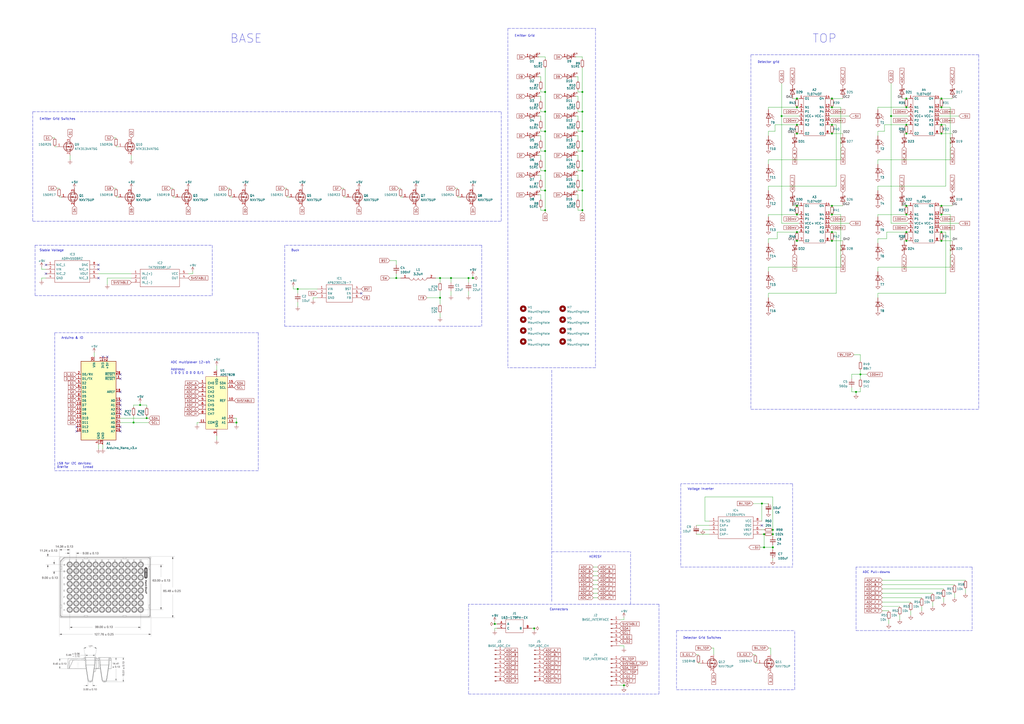
<source format=kicad_sch>
(kicad_sch (version 20211123) (generator eeschema)
  (paper "A2")
  (title_block (title "OPSpec Photodiode Test") (company "Sachit Kshatriya"))
  (junction (at 316.23 121.92))
  (junction (at 546.1 57.15))
  (junction (at 525.78 139.7))
  (junction (at 499.11 217.17))
  (junction (at 462.28 124.46))
  (junction (at 525.78 62.23))
  (junction (at 462.28 72.39))
  (junction (at 337.82 99.06))
  (junction (at 316.23 87.63))
  (junction (at 77.47 245.11))
  (junction (at 261.62 161.29))
  (junction (at 482.6 72.39))
  (junction (at 546.1 134.62))
  (junction (at 441.96 292.1))
  (junction (at 337.82 64.77))
  (junction (at 85.09 242.57))
  (junction (at 482.6 57.15))
  (junction (at 255.27 172.72))
  (junction (at 453.39 67.31))
  (junction (at 462.28 62.23))
  (junction (at 462.28 57.15))
  (junction (at 482.6 124.46))
  (junction (at 287.02 361.95))
  (junction (at 443.23 309.88))
  (junction (at 337.82 110.49))
  (junction (at 337.82 53.34))
  (junction (at 255.27 161.29))
  (junction (at 525.78 77.47))
  (junction (at 462.28 134.62))
  (junction (at 516.89 67.31))
  (junction (at 482.6 77.47))
  (junction (at 462.28 139.7))
  (junction (at 443.23 317.5))
  (junction (at 482.6 134.62))
  (junction (at 361.95 397.51))
  (junction (at 482.6 119.38))
  (junction (at 525.78 57.15))
  (junction (at 229.87 161.29))
  (junction (at 448.31 317.5))
  (junction (at 316.23 99.06))
  (junction (at 337.82 87.63))
  (junction (at 546.1 139.7))
  (junction (at 337.82 121.92))
  (junction (at 546.1 119.38))
  (junction (at 316.23 64.77))
  (junction (at 482.6 62.23))
  (junction (at 546.1 124.46))
  (junction (at 316.23 110.49))
  (junction (at 546.1 72.39))
  (junction (at 316.23 76.2))
  (junction (at 337.82 76.2))
  (junction (at 525.78 72.39))
  (junction (at 546.1 77.47))
  (junction (at 271.78 161.29))
  (junction (at 525.78 134.62))
  (junction (at 482.6 139.7))
  (junction (at 172.72 167.64))
  (junction (at 462.28 77.47))
  (junction (at 462.28 119.38))
  (junction (at 525.78 119.38))
  (junction (at 137.16 245.11))
  (junction (at 448.31 309.88))
  (junction (at 496.57 227.33))
  (junction (at 525.78 124.46))
  (junction (at 274.32 161.29))
  (junction (at 448.31 307.34))
  (junction (at 81.28 234.95))
  (junction (at 546.1 62.23))
  (junction (at 316.23 53.34))
  (junction (at 309.88 364.49))
  (no_connect (at 44.45 247.65))
  (no_connect (at 69.85 227.33))
  (no_connect (at 62.23 207.01))
  (no_connect (at 441.96 304.8))
  (no_connect (at 209.55 170.18))
  (no_connect (at 69.85 250.19))
  (no_connect (at 57.15 161.29))
  (no_connect (at 69.85 232.41))
  (no_connect (at 69.85 217.17))
  (no_connect (at 26.67 153.67))
  (no_connect (at 59.69 207.01))
  (no_connect (at 57.15 156.21))
  (no_connect (at 69.85 237.49))
  (no_connect (at 57.15 153.67))
  (no_connect (at 69.85 240.03))
  (no_connect (at 69.85 234.95))
  (no_connect (at 69.85 219.71))
  (no_connect (at 26.67 158.75))
  (no_connect (at 44.45 250.19))
  (no_connect (at 69.85 247.65))
  (wire (pts (xy 482.6 62.23) (xy 481.33 62.23)))
  (polyline (pts (xy 435.61 31.75) (xy 435.61 237.49)))
  (wire (pts (xy 81.28 234.95) (xy 85.09 234.95)))
  (wire (pts (xy 445.77 62.23) (xy 462.28 62.23)))
  (wire (pts (xy 445.77 154.94) (xy 487.68 154.94)))
  (wire (pts (xy 57.15 158.75) (xy 76.2 158.75)))
  (wire (pts (xy 551.18 124.46) (xy 551.18 154.94)))
  (wire (pts (xy 313.69 113.03) (xy 313.69 115.57)))
  (wire (pts (xy 511.81 349.25) (xy 528.32 349.25)))
  (polyline (pts (xy 19.05 64.77) (xy 290.83 64.77)))
  (wire (pts (xy 528.32 354.33) (xy 528.32 356.87)))
  (wire (pts (xy 445.77 138.43) (xy 450.85 138.43)))
  (wire (pts (xy 335.28 87.63) (xy 337.82 87.63)))
  (wire (pts (xy 445.77 124.46) (xy 462.28 124.46)))
  (wire (pts (xy 313.69 76.2) (xy 316.23 76.2)))
  (wire (pts (xy 86.36 242.57) (xy 85.09 242.57)))
  (wire (pts (xy 62.23 161.29) (xy 76.2 161.29)))
  (wire (pts (xy 335.28 74.93) (xy 335.28 76.2)))
  (wire (pts (xy 482.6 119.38) (xy 488.95 119.38)))
  (wire (pts (xy 313.69 90.17) (xy 313.69 92.71)))
  (wire (pts (xy 69.85 245.11) (xy 77.47 245.11)))
  (polyline (pts (xy 320.04 320.04) (xy 365.76 320.04)))
  (wire (pts (xy 229.87 161.29) (xy 232.41 161.29)))
  (wire (pts (xy 482.6 77.47) (xy 488.95 77.47)))
  (wire (pts (xy 114.3 245.11) (xy 115.57 245.11)))
  (wire (pts (xy 170.18 167.64) (xy 172.72 167.64)))
  (wire (pts (xy 313.69 67.31) (xy 313.69 69.85)))
  (wire (pts (xy 77.47 234.95) (xy 81.28 234.95)))
  (wire (pts (xy 172.72 167.64) (xy 184.15 167.64)))
  (wire (pts (xy 525.78 119.38) (xy 527.05 119.38)))
  (wire (pts (xy 556.26 129.54) (xy 544.83 129.54)))
  (wire (pts (xy 509.27 154.94) (xy 551.18 154.94)))
  (wire (pts (xy 313.69 55.88) (xy 313.69 58.42)))
  (wire (pts (xy 525.78 72.39) (xy 527.05 72.39)))
  (wire (pts (xy 487.68 92.71) (xy 487.68 62.23)))
  (wire (pts (xy 525.78 77.47) (xy 527.05 77.47)))
  (wire (pts (xy 337.82 123.19) (xy 337.82 121.92)))
  (wire (pts (xy 335.28 67.31) (xy 335.28 69.85)))
  (wire (pts (xy 334.01 113.03) (xy 335.28 113.03)))
  (wire (pts (xy 335.28 121.92) (xy 335.28 120.65)))
  (wire (pts (xy 408.94 302.26) (xy 408.94 288.29)))
  (polyline (pts (xy 394.97 280.67) (xy 394.97 328.93)))
  (wire (pts (xy 77.47 236.22) (xy 77.47 234.95)))
  (wire (pts (xy 445.77 107.95) (xy 485.14 107.95)))
  (wire (pts (xy 40.64 90.17) (xy 40.64 92.71)))
  (wire (pts (xy 170.18 166.37) (xy 170.18 167.64)))
  (wire (pts (xy 312.42 67.31) (xy 313.69 67.31)))
  (wire (pts (xy 255.27 168.91) (xy 255.27 172.72)))
  (wire (pts (xy 344.17 331.47) (xy 346.71 331.47)))
  (wire (pts (xy 312.42 78.74) (xy 313.69 78.74)))
  (wire (pts (xy 405.13 384.81) (xy 406.4 384.81)))
  (wire (pts (xy 499.11 217.17) (xy 499.11 219.71)))
  (wire (pts (xy 509.27 76.2) (xy 513.08 76.2)))
  (wire (pts (xy 24.13 161.29) (xy 26.67 161.29)))
  (wire (pts (xy 271.78 168.91) (xy 271.78 171.45)))
  (polyline (pts (xy 459.74 280.67) (xy 459.74 328.93)))
  (wire (pts (xy 313.69 53.34) (xy 316.23 53.34)))
  (wire (pts (xy 344.17 346.71) (xy 346.71 346.71)))
  (wire (pts (xy 482.6 134.62) (xy 481.33 134.62)))
  (polyline (pts (xy 345.44 213.36) (xy 294.64 213.36)))
  (wire (pts (xy 462.28 77.47) (xy 463.55 77.47)))
  (polyline (pts (xy 320.04 214.63) (xy 320.04 349.25)))
  (wire (pts (xy 335.28 76.2) (xy 337.82 76.2)))
  (wire (pts (xy 114.3 246.38) (xy 114.3 245.11)))
  (wire (pts (xy 81.28 233.68) (xy 81.28 234.95)))
  (wire (pts (xy 255.27 181.61) (xy 255.27 184.15)))
  (wire (pts (xy 450.85 134.62) (xy 462.28 134.62)))
  (wire (pts (xy 54.61 204.47) (xy 54.61 207.01)))
  (wire (pts (xy 313.69 52.07) (xy 313.69 53.34)))
  (wire (pts (xy 135.89 242.57) (xy 137.16 242.57)))
  (wire (pts (xy 527.05 129.54) (xy 516.89 129.54)))
  (wire (pts (xy 445.77 110.49) (xy 445.77 107.95)))
  (wire (pts (xy 334.01 78.74) (xy 335.28 78.74)))
  (wire (pts (xy 313.69 86.36) (xy 313.69 87.63)))
  (wire (pts (xy 313.69 44.45) (xy 313.69 46.99)))
  (wire (pts (xy 485.14 134.62) (xy 485.14 170.18)))
  (wire (pts (xy 24.13 154.94) (xy 24.13 156.21)))
  (wire (pts (xy 511.81 344.17) (xy 541.02 344.17)))
  (wire (pts (xy 449.58 76.2) (xy 449.58 72.39)))
  (wire (pts (xy 316.23 87.63) (xy 316.23 99.06)))
  (wire (pts (xy 403.86 309.88) (xy 411.48 309.88)))
  (wire (pts (xy 548.64 134.62) (xy 546.1 134.62)))
  (wire (pts (xy 288.29 364.49) (xy 287.02 364.49)))
  (wire (pts (xy 509.27 110.49) (xy 509.27 107.95)))
  (wire (pts (xy 511.81 351.79) (xy 521.97 351.79)))
  (wire (pts (xy 255.27 161.29) (xy 252.73 161.29)))
  (wire (pts (xy 229.87 151.13) (xy 229.87 153.67)))
  (wire (pts (xy 316.23 64.77) (xy 316.23 76.2)))
  (wire (pts (xy 509.27 63.5) (xy 509.27 62.23)))
  (wire (pts (xy 232.41 114.3) (xy 233.68 114.3)))
  (wire (pts (xy 525.78 139.7) (xy 527.05 139.7)))
  (wire (pts (xy 544.83 77.47) (xy 546.1 77.47)))
  (wire (pts (xy 546.1 134.62) (xy 544.83 134.62)))
  (wire (pts (xy 334.01 44.45) (xy 335.28 44.45)))
  (wire (pts (xy 509.27 170.18) (xy 548.64 170.18)))
  (wire (pts (xy 172.72 175.26) (xy 172.72 177.8)))
  (wire (pts (xy 521.97 356.87) (xy 521.97 359.41)))
  (wire (pts (xy 335.28 113.03) (xy 335.28 115.57)))
  (wire (pts (xy 66.04 80.01) (xy 67.31 80.01)))
  (wire (pts (xy 509.27 62.23) (xy 525.78 62.23)))
  (wire (pts (xy 445.77 157.48) (xy 445.77 154.94)))
  (wire (pts (xy 198.12 109.22) (xy 199.39 109.22)))
  (wire (pts (xy 499.11 227.33) (xy 499.11 224.79)))
  (wire (pts (xy 462.28 62.23) (xy 463.55 62.23)))
  (wire (pts (xy 86.36 245.11) (xy 77.47 245.11)))
  (wire (pts (xy 313.69 87.63) (xy 316.23 87.63)))
  (wire (pts (xy 125.73 252.73) (xy 125.73 255.27)))
  (wire (pts (xy 482.6 139.7) (xy 481.33 139.7)))
  (wire (pts (xy 463.55 129.54) (xy 453.39 129.54)))
  (wire (pts (xy 509.27 157.48) (xy 509.27 154.94)))
  (wire (pts (xy 551.18 92.71) (xy 551.18 62.23)))
  (polyline (pts (xy 392.43 365.76) (xy 461.01 365.76)))
  (wire (pts (xy 541.02 349.25) (xy 541.02 351.79)))
  (wire (pts (xy 447.04 375.92) (xy 447.04 379.73)))
  (wire (pts (xy 335.28 78.74) (xy 335.28 81.28)))
  (polyline (pts (xy 567.69 31.75) (xy 435.61 31.75)))
  (wire (pts (xy 184.15 172.72) (xy 181.61 172.72)))
  (wire (pts (xy 548.64 72.39) (xy 548.64 107.95)))
  (wire (pts (xy 511.81 336.55) (xy 560.07 336.55)))
  (wire (pts (xy 453.39 48.26) (xy 453.39 67.31)))
  (wire (pts (xy 334.01 101.6) (xy 335.28 101.6)))
  (polyline (pts (xy 19.05 64.77) (xy 19.05 128.27)))
  (wire (pts (xy 453.39 129.54) (xy 453.39 67.31)))
  (wire (pts (xy 525.78 57.15) (xy 527.05 57.15)))
  (polyline (pts (xy 563.88 328.93) (xy 496.57 328.93)))
  (wire (pts (xy 287.02 364.49) (xy 287.02 365.76)))
  (wire (pts (xy 57.15 257.81) (xy 57.15 260.35)))
  (wire (pts (xy 548.64 72.39) (xy 546.1 72.39)))
  (wire (pts (xy 462.28 139.7) (xy 463.55 139.7)))
  (wire (pts (xy 361.95 398.78) (xy 361.95 397.51)))
  (polyline (pts (xy 563.88 328.93) (xy 563.88 365.76)))
  (wire (pts (xy 335.28 109.22) (xy 335.28 110.49)))
  (wire (pts (xy 100.33 114.3) (xy 101.6 114.3)))
  (wire (pts (xy 344.17 339.09) (xy 346.71 339.09)))
  (wire (pts (xy 514.35 134.62) (xy 525.78 134.62)))
  (wire (pts (xy 313.69 101.6) (xy 313.69 104.14)))
  (wire (pts (xy 59.69 257.81) (xy 59.69 260.35)))
  (wire (pts (xy 77.47 241.3) (xy 77.47 245.11)))
  (wire (pts (xy 335.28 99.06) (xy 337.82 99.06)))
  (wire (pts (xy 312.42 55.88) (xy 313.69 55.88)))
  (wire (pts (xy 509.27 92.71) (xy 551.18 92.71)))
  (wire (pts (xy 226.06 161.29) (xy 229.87 161.29)))
  (wire (pts (xy 459.74 57.15) (xy 462.28 57.15)))
  (wire (pts (xy 335.28 121.92) (xy 337.82 121.92)))
  (wire (pts (xy 247.65 172.72) (xy 255.27 172.72)))
  (wire (pts (xy 265.43 114.3) (xy 266.7 114.3)))
  (wire (pts (xy 511.81 341.63) (xy 547.37 341.63)))
  (wire (pts (xy 361.95 359.41) (xy 359.41 359.41)))
  (polyline (pts (xy 294.64 16.51) (xy 294.64 213.36)))
  (wire (pts (xy 548.64 134.62) (xy 548.64 170.18)))
  (wire (pts (xy 551.18 124.46) (xy 546.1 124.46)))
  (wire (pts (xy 509.27 138.43) (xy 514.35 138.43)))
  (wire (pts (xy 133.35 114.3) (xy 134.62 114.3)))
  (wire (pts (xy 335.28 52.07) (xy 335.28 53.34)))
  (wire (pts (xy 24.13 156.21) (xy 26.67 156.21)))
  (wire (pts (xy 462.28 57.15) (xy 463.55 57.15)))
  (wire (pts (xy 137.16 245.11) (xy 137.16 246.38)))
  (wire (pts (xy 513.08 72.39) (xy 525.78 72.39)))
  (wire (pts (xy 496.57 228.6) (xy 496.57 227.33)))
  (wire (pts (xy 553.72 344.17) (xy 553.72 346.71)))
  (wire (pts (xy 313.69 64.77) (xy 316.23 64.77)))
  (wire (pts (xy 445.77 375.92) (xy 447.04 375.92)))
  (wire (pts (xy 66.04 109.22) (xy 67.31 109.22)))
  (wire (pts (xy 511.81 346.71) (xy 534.67 346.71)))
  (wire (pts (xy 515.62 359.41) (xy 515.62 361.95)))
  (wire (pts (xy 450.85 138.43) (xy 450.85 134.62)))
  (wire (pts (xy 361.95 374.65) (xy 361.95 375.92)))
  (polyline (pts (xy 19.05 128.27) (xy 290.83 128.27)))
  (wire (pts (xy 445.77 125.73) (xy 445.77 124.46)))
  (wire (pts (xy 337.82 110.49) (xy 337.82 121.92)))
  (wire (pts (xy 482.6 57.15) (xy 488.95 57.15)))
  (wire (pts (xy 226.06 151.13) (xy 229.87 151.13)))
  (wire (pts (xy 287.02 361.95) (xy 288.29 361.95)))
  (wire (pts (xy 261.62 161.29) (xy 261.62 163.83)))
  (wire (pts (xy 487.68 124.46) (xy 482.6 124.46)))
  (wire (pts (xy 337.82 33.02) (xy 337.82 34.29)))
  (wire (pts (xy 313.69 121.92) (xy 313.69 120.65)))
  (polyline (pts (xy 392.43 365.76) (xy 392.43 400.05)))
  (wire (pts (xy 316.23 76.2) (xy 316.23 87.63)))
  (wire (pts (xy 316.23 39.37) (xy 316.23 53.34)))
  (wire (pts (xy 411.48 302.26) (xy 408.94 302.26)))
  (wire (pts (xy 274.32 160.02) (xy 274.32 161.29)))
  (wire (pts (xy 494.03 217.17) (xy 499.11 217.17)))
  (wire (pts (xy 482.6 124.46) (xy 481.33 124.46)))
  (wire (pts (xy 337.82 53.34) (xy 337.82 64.77)))
  (wire (pts (xy 509.27 107.95) (xy 548.64 107.95)))
  (wire (pts (xy 137.16 242.57) (xy 137.16 245.11)))
  (wire (pts (xy 111.76 158.75) (xy 109.22 158.75)))
  (wire (pts (xy 403.86 304.8) (xy 411.48 304.8)))
  (polyline (pts (xy 394.97 328.93) (xy 459.74 328.93)))
  (wire (pts (xy 337.82 76.2) (xy 337.82 87.63)))
  (wire (pts (xy 448.31 309.88) (xy 448.31 311.15)))
  (wire (pts (xy 482.6 72.39) (xy 481.33 72.39)))
  (wire (pts (xy 495.3 205.74) (xy 499.11 205.74)))
  (polyline (pts (xy 294.64 16.51) (xy 345.44 16.51)))
  (wire (pts (xy 334.01 55.88) (xy 335.28 55.88)))
  (wire (pts (xy 85.09 241.3) (xy 85.09 242.57)))
  (wire (pts (xy 560.07 341.63) (xy 560.07 344.17)))
  (wire (pts (xy 414.02 375.92) (xy 414.02 379.73)))
  (wire (pts (xy 448.31 323.85) (xy 448.31 325.12)))
  (wire (pts (xy 546.1 77.47) (xy 552.45 77.47)))
  (wire (pts (xy 509.27 172.72) (xy 509.27 170.18)))
  (wire (pts (xy 335.28 110.49) (xy 337.82 110.49)))
  (wire (pts (xy 316.23 53.34) (xy 316.23 64.77)))
  (wire (pts (xy 448.31 316.23) (xy 448.31 317.5)))
  (wire (pts (xy 546.1 124.46) (xy 544.83 124.46)))
  (wire (pts (xy 443.23 309.88) (xy 443.23 317.5)))
  (wire (pts (xy 312.42 44.45) (xy 313.69 44.45)))
  (wire (pts (xy 445.77 172.72) (xy 445.77 170.18)))
  (wire (pts (xy 445.77 76.2) (xy 449.58 76.2)))
  (wire (pts (xy 309.88 364.49) (xy 308.61 364.49)))
  (wire (pts (xy 511.81 339.09) (xy 553.72 339.09)))
  (wire (pts (xy 445.77 95.25) (xy 445.77 92.71)))
  (wire (pts (xy 485.14 72.39) (xy 485.14 107.95)))
  (polyline (pts (xy 496.57 365.76) (xy 563.88 365.76)))
  (wire (pts (xy 344.17 328.93) (xy 346.71 328.93)))
  (wire (pts (xy 359.41 374.65) (xy 361.95 374.65)))
  (wire (pts (xy 525.78 62.23) (xy 527.05 62.23)))
  (wire (pts (xy 135.89 245.11) (xy 137.16 245.11)))
  (wire (pts (xy 85.09 234.95) (xy 85.09 236.22)))
  (wire (pts (xy 485.14 72.39) (xy 482.6 72.39)))
  (wire (pts (xy 546.1 62.23) (xy 544.83 62.23)))
  (wire (pts (xy 312.42 113.03) (xy 313.69 113.03)))
  (wire (pts (xy 172.72 167.64) (xy 172.72 170.18)))
  (wire (pts (xy 492.76 129.54) (xy 481.33 129.54)))
  (wire (pts (xy 337.82 39.37) (xy 337.82 53.34)))
  (wire (pts (xy 514.35 138.43) (xy 514.35 134.62)))
  (wire (pts (xy 334.01 33.02) (xy 337.82 33.02)))
  (wire (pts (xy 445.77 170.18) (xy 485.14 170.18)))
  (polyline (pts (xy 279.4 142.24) (xy 279.4 189.23)))
  (wire (pts (xy 482.6 139.7) (xy 488.95 139.7)))
  (wire (pts (xy 461.01 77.47) (xy 462.28 77.47)))
  (wire (pts (xy 261.62 161.29) (xy 271.78 161.29)))
  (wire (pts (xy 499.11 217.17) (xy 502.92 217.17)))
  (wire (pts (xy 546.1 57.15) (xy 552.45 57.15)))
  (wire (pts (xy 255.27 172.72) (xy 255.27 176.53)))
  (wire (pts (xy 316.23 123.19) (xy 316.23 121.92)))
  (polyline (pts (xy 365.76 350.52) (xy 365.76 320.04)))
  (wire (pts (xy 487.68 124.46) (xy 487.68 154.94)))
  (wire (pts (xy 335.28 101.6) (xy 335.28 104.14)))
  (wire (pts (xy 361.95 358.14) (xy 361.95 359.41)))
  (wire (pts (xy 335.28 97.79) (xy 335.28 99.06)))
  (wire (pts (xy 527.05 67.31) (xy 516.89 67.31)))
  (wire (pts (xy 361.95 397.51) (xy 359.41 397.51)))
  (wire (pts (xy 335.28 63.5) (xy 335.28 64.77)))
  (wire (pts (xy 509.27 140.97) (xy 509.27 138.43)))
  (wire (pts (xy 181.61 172.72) (xy 181.61 173.99)))
  (wire (pts (xy 462.28 119.38) (xy 463.55 119.38)))
  (wire (pts (xy 441.96 292.1) (xy 441.96 302.26)))
  (wire (pts (xy 494.03 219.71) (xy 494.03 217.17)))
  (wire (pts (xy 312.42 90.17) (xy 313.69 90.17)))
  (wire (pts (xy 462.28 134.62) (xy 463.55 134.62)))
  (wire (pts (xy 546.1 139.7) (xy 552.45 139.7)))
  (wire (pts (xy 524.51 77.47) (xy 525.78 77.47)))
  (wire (pts (xy 76.2 90.17) (xy 76.2 92.71)))
  (wire (pts (xy 482.6 119.38) (xy 481.33 119.38)))
  (wire (pts (xy 309.88 365.76) (xy 309.88 364.49)))
  (wire (pts (xy 499.11 205.74) (xy 499.11 209.55)))
  (polyline (pts (xy 271.78 350.52) (xy 271.78 402.59)))
  (wire (pts (xy 344.17 336.55) (xy 346.71 336.55)))
  (polyline (pts (xy 392.43 400.05) (xy 461.01 400.05)))
  (wire (pts (xy 165.1 109.22) (xy 166.37 109.22)))
  (polyline (pts (xy 382.27 350.52) (xy 271.78 350.52)))
  (wire (pts (xy 546.1 119.38) (xy 544.83 119.38)))
  (polyline (pts (xy 149.86 273.05) (xy 31.75 273.05)))
  (wire (pts (xy 67.31 85.09) (xy 68.58 85.09)))
  (wire (pts (xy 335.28 53.34) (xy 337.82 53.34)))
  (wire (pts (xy 408.94 288.29) (xy 448.31 288.29)))
  (wire (pts (xy 132.08 109.22) (xy 133.35 109.22)))
  (wire (pts (xy 335.28 86.36) (xy 335.28 87.63)))
  (wire (pts (xy 231.14 109.22) (xy 232.41 109.22)))
  (wire (pts (xy 335.28 64.77) (xy 337.82 64.77)))
  (wire (pts (xy 445.77 63.5) (xy 445.77 62.23)))
  (polyline (pts (xy 567.69 31.75) (xy 567.69 237.49)))
  (wire (pts (xy 436.88 292.1) (xy 441.96 292.1)))
  (wire (pts (xy 448.31 288.29) (xy 448.31 307.34)))
  (wire (pts (xy 461.01 139.7) (xy 462.28 139.7)))
  (polyline (pts (xy 123.19 171.45) (xy 123.19 142.24)))
  (wire (pts (xy 487.68 62.23) (xy 482.6 62.23)))
  (wire (pts (xy 312.42 33.02) (xy 316.23 33.02)))
  (wire (pts (xy 524.51 139.7) (xy 525.78 139.7)))
  (wire (pts (xy 546.1 72.39) (xy 544.83 72.39)))
  (wire (pts (xy 436.88 379.73) (xy 438.15 379.73)))
  (wire (pts (xy 546.1 139.7) (xy 544.83 139.7)))
  (wire (pts (xy 313.69 99.06) (xy 316.23 99.06)))
  (wire (pts (xy 499.11 214.63) (xy 499.11 217.17)))
  (wire (pts (xy 67.31 114.3) (xy 68.58 114.3)))
  (wire (pts (xy 125.73 212.09) (xy 125.73 214.63)))
  (wire (pts (xy 337.82 99.06) (xy 337.82 110.49)))
  (wire (pts (xy 313.69 109.22) (xy 313.69 110.49)))
  (wire (pts (xy 334.01 67.31) (xy 335.28 67.31)))
  (wire (pts (xy 443.23 317.5) (xy 448.31 317.5)))
  (polyline (pts (xy 279.4 142.24) (xy 165.1 142.24)))
  (wire (pts (xy 24.13 162.56) (xy 24.13 161.29)))
  (wire (pts (xy 337.82 87.63) (xy 337.82 99.06)))
  (wire (pts (xy 463.55 67.31) (xy 453.39 67.31)))
  (wire (pts (xy 509.27 125.73) (xy 509.27 124.46)))
  (wire (pts (xy 546.1 119.38) (xy 552.45 119.38)))
  (wire (pts (xy 509.27 124.46) (xy 525.78 124.46)))
  (wire (pts (xy 30.48 80.01) (xy 31.75 80.01)))
  (wire (pts (xy 459.74 119.38) (xy 462.28 119.38)))
  (wire (pts (xy 261.62 168.91) (xy 261.62 171.45)))
  (wire (pts (xy 316.23 99.06) (xy 316.23 110.49)))
  (wire (pts (xy 546.1 57.15) (xy 544.83 57.15)))
  (wire (pts (xy 166.37 114.3) (xy 167.64 114.3)))
  (wire (pts (xy 271.78 161.29) (xy 274.32 161.29)))
  (wire (pts (xy 111.76 157.48) (xy 111.76 158.75)))
  (wire (pts (xy 448.31 307.34) (xy 448.31 309.88)))
  (polyline (pts (xy 461.01 400.05) (xy 461.01 365.76)))
  (polyline (pts (xy 165.1 189.23) (xy 279.4 189.23)))
  (polyline (pts (xy 459.74 280.67) (xy 394.97 280.67)))
  (wire (pts (xy 523.24 57.15) (xy 525.78 57.15)))
  (wire (pts (xy 509.27 95.25) (xy 509.27 92.71)))
  (wire (pts (xy 496.57 227.33) (xy 494.03 227.33)))
  (wire (pts (xy 481.33 77.47) (xy 482.6 77.47)))
  (wire (pts (xy 312.42 101.6) (xy 313.69 101.6)))
  (wire (pts (xy 534.67 351.79) (xy 534.67 354.33)))
  (polyline (pts (xy 20.32 142.24) (xy 123.19 142.24)))
  (wire (pts (xy 335.28 44.45) (xy 335.28 46.99)))
  (wire (pts (xy 525.78 124.46) (xy 527.05 124.46)))
  (wire (pts (xy 556.26 67.31) (xy 544.83 67.31)))
  (wire (pts (xy 69.85 242.57) (xy 85.09 242.57)))
  (wire (pts (xy 33.02 109.22) (xy 34.29 109.22)))
  (wire (pts (xy 287.02 360.68) (xy 287.02 361.95)))
  (wire (pts (xy 313.69 110.49) (xy 316.23 110.49)))
  (wire (pts (xy 445.77 78.74) (xy 445.77 76.2)))
  (polyline (pts (xy 496.57 328.93) (xy 496.57 365.76)))
  (polyline (pts (xy 435.61 237.49) (xy 567.69 237.49)))
  (wire (pts (xy 499.11 227.33) (xy 496.57 227.33)))
  (wire (pts (xy 523.24 119.38) (xy 525.78 119.38)))
  (polyline (pts (xy 31.75 193.04) (xy 149.86 193.04)))
  (wire (pts (xy 412.75 375.92) (xy 414.02 375.92)))
  (wire (pts (xy 313.69 78.74) (xy 313.69 81.28)))
  (wire (pts (xy 316.23 110.49) (xy 316.23 121.92)))
  (wire (pts (xy 337.82 64.77) (xy 337.82 76.2)))
  (wire (pts (xy 547.37 346.71) (xy 547.37 349.25)))
  (polyline (pts (xy 271.78 402.59) (xy 382.27 402.59)))
  (wire (pts (xy 509.27 78.74) (xy 509.27 76.2)))
  (wire (pts (xy 492.76 67.31) (xy 481.33 67.31)))
  (wire (pts (xy 513.08 76.2) (xy 513.08 72.39)))
  (wire (pts (xy 407.67 307.34) (xy 411.48 307.34)))
  (wire (pts (xy 255.27 161.29) (xy 255.27 163.83)))
  (wire (pts (xy 344.17 334.01) (xy 346.71 334.01)))
  (wire (pts (xy 344.17 341.63) (xy 346.71 341.63)))
  (wire (pts (xy 525.78 134.62) (xy 527.05 134.62)))
  (wire (pts (xy 449.58 72.39) (xy 462.28 72.39)))
  (wire (pts (xy 441.96 307.34) (xy 443.23 307.34)))
  (wire (pts (xy 494.03 227.33) (xy 494.03 224.79)))
  (wire (pts (xy 313.69 63.5) (xy 313.69 64.77)))
  (wire (pts (xy 445.77 92.71) (xy 487.68 92.71)))
  (wire (pts (xy 511.81 354.33) (xy 515.62 354.33)))
  (wire (pts (xy 462.28 72.39) (xy 463.55 72.39)))
  (wire (pts (xy 62.23 165.1) (xy 62.23 161.29)))
  (wire (pts (xy 445.77 140.97) (xy 445.77 138.43)))
  (wire (pts (xy 229.87 158.75) (xy 229.87 161.29)))
  (wire (pts (xy 334.01 90.17) (xy 335.28 90.17)))
  (polyline (pts (xy 20.32 171.45) (xy 123.19 171.45)))
  (wire (pts (xy 316.23 33.02) (xy 316.23 34.29)))
  (wire (pts (xy 313.69 121.92) (xy 316.23 121.92)))
  (wire (pts (xy 551.18 62.23) (xy 546.1 62.23)))
  (wire (pts (xy 264.16 109.22) (xy 265.43 109.22)))
  (wire (pts (xy 516.89 48.26) (xy 516.89 67.31)))
  (wire (pts (xy 403.86 379.73) (xy 405.13 379.73)))
  (wire (pts (xy 441.96 309.88) (xy 443.23 309.88)))
  (wire (pts (xy 482.6 57.15) (xy 481.33 57.15)))
  (polyline (pts (xy 382.27 350.52) (xy 382.27 402.59)))
  (wire (pts (xy 99.06 109.22) (xy 100.33 109.22)))
  (wire (pts (xy 255.27 161.29) (xy 261.62 161.29)))
  (wire (pts (xy 335.28 90.17) (xy 335.28 92.71)))
  (polyline (pts (xy 165.1 142.24) (xy 165.1 189.23)))
  (wire (pts (xy 448.31 317.5) (xy 448.31 318.77)))
  (wire (pts (xy 335.28 55.88) (xy 335.28 58.42)))
  (wire (pts (xy 441.96 292.1) (xy 445.77 292.1)))
  (wire (pts (xy 271.78 163.83) (xy 271.78 161.29)))
  (wire (pts (xy 344.17 344.17) (xy 346.71 344.17)))
  (wire (pts (xy 34.29 114.3) (xy 35.56 114.3)))
  (polyline (pts (xy 290.83 128.27) (xy 290.83 64.77)))
  (wire (pts (xy 313.69 97.79) (xy 313.69 99.06)))
  (polyline (pts (xy 345.44 16.51) (xy 345.44 213.36)))
  (wire (pts (xy 516.89 129.54) (xy 516.89 67.31)))
  (wire (pts (xy 462.28 124.46) (xy 463.55 124.46)))
  (wire (pts (xy 438.15 384.81) (xy 439.42 384.81)))
  (polyline (pts (xy 20.32 142.24) (xy 20.32 171.45)))
  (wire (pts (xy 485.14 134.62) (xy 482.6 134.62)))
  (wire (pts (xy 440.69 317.5) (xy 443.23 317.5)))
  (polyline (pts (xy 31.75 193.04) (xy 31.75 273.05)))
  (polyline (pts (xy 149.86 193.04) (xy 149.86 273.05)))
  (wire (pts (xy 313.69 74.93) (xy 313.69 76.2)))
  (wire (pts (xy 199.39 114.3) (xy 200.66 114.3)))
  (wire (pts (xy 31.75 85.09) (xy 33.02 85.09)))
  (image (at 62.23 358.14) (scale 1.90167))
  (text "ADC multiplexer 12-bit\n\nAddress:\n1 0 0 1 0 0 0 0/1" (at 99.06 217.17 0) (effects (font (size 1.27 1.27)) (justify left bottom)))
  (text "Arduino & IO" (at 35.56 196.85 0) (effects (font (size 1.27 1.27)) (justify left bottom)))
  (text "HERESY" (at 341.63 323.85 0) (effects (font (size 1.27 1.27)) (justify left bottom)))
  (text "Connectors" (at 318.77 354.33 0) (effects (font (size 1.27 1.27)) (justify left bottom)))
  (text "ADC Pull-downs\n" (at 500.38 332.74 0) (effects (font (size 1.27 1.27)) (justify left bottom)))
  (text "Detector Grid Switches" (at 396.24 370.84 0) (effects (font (size 1.27 1.27)) (justify left bottom)))
  (text "Emitter Grid Switches" (at 22.86 69.85 0) (effects (font (size 1.27 1.27)) (justify left bottom)))
  (text "Detector grid" (at 439.42 36.83 0) (effects (font (size 1.27 1.27)) (justify left bottom)))
  (text "TOP" (at 471.17 25.4 0) (effects (font (size 5 5)) (justify left bottom)))
  (text "BASE " (at 133.35 25.4 0) (effects (font (size 5 5)) (justify left bottom)))
  (text "Buck" (at 168.91 146.05 0) (effects (font (size 1.27 1.27)) (justify left bottom)))
  (text "Voltage Inverter" (at 398.78 284.48 0) (effects (font (size 1.27 1.27)) (justify left bottom)))
  (text "LSB for I2C devices:\n0:Write		1:read" (at 33.02 271.78 0) (effects (font (size 1.27 1.27)) (justify left bottom)))
  (text "Emitter Grid" (at 298.45 21.59 0) (effects (font (size 1.27 1.27)) (justify left bottom)))
  (text "Stable Voltage" (at 22.86 146.05 0) (effects (font (size 1.27 1.27)) (justify left bottom)))
  (label "OE" (at 523.24 119.38 0))
  (label "OB2" (at 461.01 77.47 180))
  (label "OE2" (at 459.74 119.38 0))
  (label "OA2" (at 459.74 57.15 180))
  (label "OC" (at 552.45 57.15 0))
  (label "OB" (at 524.51 77.47 180))
  (label "OH2" (at 488.95 139.7 0))
  (label "OH" (at 552.45 139.7 0))
  (label "OD2" (at 488.95 77.47 0))
  (label "OD" (at 552.45 77.47 0))
  (label "OG2" (at 488.95 119.38 0))
  (label "OF" (at 524.51 139.7 180))
  (label "OA" (at 523.24 57.15 180))
  (label "OC2" (at 488.95 57.15 0))
  (label "OF2" (at 461.01 139.7 180))
  (label "OG" (at 552.45 119.38 0))
  (global_label "ADC_G" (shape input) (at 344.17 344.17 180) (property "Intersheet References" "${INTERSHEET_REFS}" (effects hide)))
  (global_label "BST" (shape input) (at 226.06 151.13 180) (property "Intersheet References" "${INTERSHEET_REFS}" (effects hide)))
  (global_label "DD" (shape input) (at 326.39 67.31 180) (property "Intersheet References" "${INTERSHEET_REFS}" (effects hide)))
  (global_label "ADC_B" (shape input) (at 115.57 224.79 180) (property "Intersheet References" "${INTERSHEET_REFS}" (effects hide)))
  (global_label "ADC_A_T" (shape input) (at 314.96 377.19 0) (property "Intersheet References" "${INTERSHEET_REFS}" (effects hide)))
  (global_label "100mV" (shape input) (at 544.83 69.85 0) (property "Intersheet References" "${INTERSHEET_REFS}" (effects hide)))
  (global_label "SDA" (shape input) (at 359.41 364.49 0) (property "Intersheet References" "${INTERSHEET_REFS}" (effects hide)))
  (global_label "DB" (shape input) (at 76.2 119.38 270) (property "Intersheet References" "${INTERSHEET_REFS}" (effects hide)))
  (global_label "BST" (shape input) (at 209.55 167.64 0) (property "Intersheet References" "${INTERSHEET_REFS}" (effects hide)))
  (global_label "ADC_C" (shape input) (at 344.17 334.01 180) (property "Intersheet References" "${INTERSHEET_REFS}" (effects hide)))
  (global_label "D_G2_T" (shape input) (at 436.88 379.73 180) (property "Intersheet References" "${INTERSHEET_REFS}" (effects hide)))
  (global_label "ADC_B_T" (shape input) (at 314.96 379.73 0) (property "Intersheet References" "${INTERSHEET_REFS}" (effects hide)))
  (global_label "ADC_A_T" (shape input) (at 459.74 49.53 90) (property "Intersheet References" "${INTERSHEET_REFS}" (effects hide)))
  (global_label "SCL" (shape input) (at 359.41 367.03 0) (property "Intersheet References" "${INTERSHEET_REFS}" (effects hide)))
  (global_label "100mV" (shape input) (at 481.33 69.85 0) (property "Intersheet References" "${INTERSHEET_REFS}" (effects hide)))
  (global_label "D_D2" (shape input) (at 447.04 389.89 270) (property "Intersheet References" "${INTERSHEET_REFS}" (effects hide)))
  (global_label "ADC_H" (shape input) (at 115.57 240.03 180) (property "Intersheet References" "${INTERSHEET_REFS}" (effects hide)))
  (global_label "DG" (shape input) (at 326.39 101.6 180) (property "Intersheet References" "${INTERSHEET_REFS}" (effects hide)))
  (global_label "SW" (shape input) (at 226.06 161.29 180) (property "Intersheet References" "${INTERSHEET_REFS}" (effects hide)))
  (global_label "ADC_D_T" (shape input) (at 511.81 344.17 180) (property "Intersheet References" "${INTERSHEET_REFS}" (effects hide)))
  (global_label "5VSTABLE" (shape input) (at 359.41 361.95 0) (property "Intersheet References" "${INTERSHEET_REFS}" (effects hide)))
  (global_label "ADC_H_T" (shape input) (at 488.95 147.32 270) (property "Intersheet References" "${INTERSHEET_REFS}" (effects hide)))
  (global_label "ADC_B" (shape input) (at 344.17 331.47 180) (property "Intersheet References" "${INTERSHEET_REFS}" (effects hide)))
  (global_label "GD" (shape input) (at 44.45 234.95 180) (property "Intersheet References" "${INTERSHEET_REFS}" (effects hide)))
  (global_label "FB" (shape input) (at 247.65 172.72 180) (property "Intersheet References" "${INTERSHEET_REFS}" (effects hide)))
  (global_label "100mV" (shape input) (at 481.33 127 0) (property "Intersheet References" "${INTERSHEET_REFS}" (effects hide)))
  (global_label "ADC_F_T" (shape input) (at 511.81 349.25 180) (property "Intersheet References" "${INTERSHEET_REFS}" (effects hide)))
  (global_label "ADC_F" (shape input) (at 292.1 389.89 0) (property "Intersheet References" "${INTERSHEET_REFS}" (effects hide)))
  (global_label "DE" (shape input) (at 175.26 119.38 270) (property "Intersheet References" "${INTERSHEET_REFS}" (effects hide)))
  (global_label "ADC_E_T" (shape input) (at 346.71 339.09 0) (property "Intersheet References" "${INTERSHEET_REFS}" (effects hide)))
  (global_label "D1" (shape input) (at 316.23 123.19 270) (property "Intersheet References" "${INTERSHEET_REFS}" (effects hide)))
  (global_label "GH" (shape input) (at 44.45 245.11 180) (property "Intersheet References" "${INTERSHEET_REFS}" (effects hide)))
  (global_label "ADC_G" (shape input) (at 292.1 392.43 0) (property "Intersheet References" "${INTERSHEET_REFS}" (effects hide)))
  (global_label "ADC_C_T" (shape input) (at 488.95 49.53 90) (property "Intersheet References" "${INTERSHEET_REFS}" (effects hide)))
  (global_label "100mV" (shape input) (at 544.83 64.77 0) (property "Intersheet References" "${INTERSHEET_REFS}" (effects hide)))
  (global_label "ADC_D" (shape input) (at 115.57 229.87 180) (property "Intersheet References" "${INTERSHEET_REFS}" (effects hide)))
  (global_label "ADC_E_T" (shape input) (at 523.24 111.76 90) (property "Intersheet References" "${INTERSHEET_REFS}" (effects hide)))
  (global_label "GB" (shape input) (at 66.04 109.22 180) (property "Intersheet References" "${INTERSHEET_REFS}" (effects hide)))
  (global_label "ADC_G_T" (shape input) (at 552.45 111.76 90) (property "Intersheet References" "${INTERSHEET_REFS}" (effects hide)))
  (global_label "SCL" (shape input) (at 135.89 224.79 0) (property "Intersheet References" "${INTERSHEET_REFS}" (effects hide)))
  (global_label "ADC_E" (shape input) (at 292.1 387.35 0) (property "Intersheet References" "${INTERSHEET_REFS}" (effects hide)))
  (global_label "ADC_H" (shape input) (at 292.1 394.97 0) (property "Intersheet References" "${INTERSHEET_REFS}" (effects hide)))
  (global_label "-5V" (shape output) (at 440.69 317.5 180) (property "Intersheet References" "${INTERSHEET_REFS}" (effects hide)))
  (global_label "ADC_C" (shape input) (at 115.57 227.33 180) (property "Intersheet References" "${INTERSHEET_REFS}" (effects hide)))
  (global_label "ADC_F" (shape input) (at 115.57 234.95 180) (property "Intersheet References" "${INTERSHEET_REFS}" (effects hide)))
  (global_label "DH" (shape input) (at 274.32 119.38 270) (property "Intersheet References" "${INTERSHEET_REFS}" (effects hide)))
  (global_label "ADC_C" (shape input) (at 292.1 382.27 0) (property "Intersheet References" "${INTERSHEET_REFS}" (effects hide)))
  (global_label "DA" (shape input) (at 43.18 119.38 270) (property "Intersheet References" "${INTERSHEET_REFS}" (effects hide)))
  (global_label "ADC_E" (shape input) (at 344.17 339.09 180) (property "Intersheet References" "${INTERSHEET_REFS}" (effects hide)))
  (global_label "D_G1" (shape input) (at 44.45 217.17 180) (property "Intersheet References" "${INTERSHEET_REFS}" (effects hide)))
  (global_label "ADC_B_T" (shape input) (at 524.51 85.09 270) (property "Intersheet References" "${INTERSHEET_REFS}" (effects hide)))
  (global_label "DG" (shape input) (at 241.3 119.38 270) (property "Intersheet References" "${INTERSHEET_REFS}" (effects hide)))
  (global_label "D_G2_T" (shape input) (at 359.41 394.97 0) (property "Intersheet References" "${INTERSHEET_REFS}" (effects hide)))
  (global_label "100mV" (shape input) (at 527.05 64.77 180) (property "Intersheet References" "${INTERSHEET_REFS}" (effects hide)))
  (global_label "-5V" (shape input) (at 556.26 129.54 0) (property "Intersheet References" "${INTERSHEET_REFS}" (effects hide)))
  (global_label "ADC_F_T" (shape input) (at 461.01 147.32 270) (property "Intersheet References" "${INTERSHEET_REFS}" (effects hide)))
  (global_label "ADC_H_T" (shape input) (at 552.45 147.32 270) (property "Intersheet References" "${INTERSHEET_REFS}" (effects hide)))
  (global_label "GE" (shape input) (at 165.1 109.22 180) (property "Intersheet References" "${INTERSHEET_REFS}" (effects hide)))
  (global_label "ADC_H_T" (shape input) (at 346.71 346.71 0) (property "Intersheet References" "${INTERSHEET_REFS}" (effects hide)))
  (global_label "DC" (shape input) (at 109.22 119.38 270) (property "Intersheet References" "${INTERSHEET_REFS}" (effects hide)))
  (global_label "G2" (shape input) (at 44.45 224.79 180) (property "Intersheet References" "${INTERSHEET_REFS}" (effects hide)))
  (global_label "100mV" (shape input) (at 463.55 64.77 180) (property "Intersheet References" "${INTERSHEET_REFS}" (effects hide)))
  (global_label "D_D2" (shape input) (at 516.89 48.26 90) (property "Intersheet References" "${INTERSHEET_REFS}" (effects hide)))
  (global_label "ADC_D_T" (shape input) (at 346.71 336.55 0) (property "Intersheet References" "${INTERSHEET_REFS}" (effects hide)))
  (global_label "GG" (shape input) (at 44.45 242.57 180) (property "Intersheet References" "${INTERSHEET_REFS}" (effects hide)))
  (global_label "ADC_G_T" (shape input) (at 346.71 344.17 0) (property "Intersheet References" "${INTERSHEET_REFS}" (effects hide)))
  (global_label "G1" (shape input) (at 30.48 80.01 180) (property "Intersheet References" "${INTERSHEET_REFS}" (effects hide)))
  (global_label "ADC_G" (shape input) (at 115.57 237.49 180) (property "Intersheet References" "${INTERSHEET_REFS}" (effects hide)))
  (global_label "ADC_C_T" (shape input) (at 511.81 341.63 180) (property "Intersheet References" "${INTERSHEET_REFS}" (effects hide)))
  (global_label "DA" (shape input) (at 326.39 33.02 180) (property "Intersheet References" "${INTERSHEET_REFS}" (effects hide)))
  (global_label "ADC_B_T" (shape input) (at 461.01 85.09 270) (property "Intersheet References" "${INTERSHEET_REFS}" (effects hide)))
  (global_label "ADC_B_T" (shape input) (at 511.81 339.09 180) (property "Intersheet References" "${INTERSHEET_REFS}" (effects hide)))
  (global_label "D_G1_T" (shape input) (at 403.86 379.73 180) (property "Intersheet References" "${INTERSHEET_REFS}" (effects hide)))
  (global_label "100mV" (shape input) (at 481.33 64.77 0) (property "Intersheet References" "${INTERSHEET_REFS}" (effects hide)))
  (global_label "ADC_D_T" (shape input) (at 552.45 85.09 270) (property "Intersheet References" "${INTERSHEET_REFS}" (effects hide)))
  (global_label "GE" (shape input) (at 44.45 237.49 180) (property "Intersheet References" "${INTERSHEET_REFS}" (effects hide)))
  (global_label "GB" (shape input) (at 44.45 229.87 180) (property "Intersheet References" "${INTERSHEET_REFS}" (effects hide)))
  (global_label "9V_TOP" (shape input) (at 445.77 375.92 180) (property "Intersheet References" "${INTERSHEET_REFS}" (effects hide)))
  (global_label "D_D1" (shape input) (at 414.02 389.89 270) (property "Intersheet References" "${INTERSHEET_REFS}" (effects hide)))
  (global_label "GG" (shape input) (at 231.14 109.22 180) (property "Intersheet References" "${INTERSHEET_REFS}" (effects hide)))
  (global_label "DD" (shape input) (at 142.24 119.38 270) (property "Intersheet References" "${INTERSHEET_REFS}" (effects hide)))
  (global_label "DB" (shape input) (at 304.8 44.45 180) (property "Intersheet References" "${INTERSHEET_REFS}" (effects hide)))
  (global_label "ADC_H_T" (shape input) (at 314.96 394.97 0) (property "Intersheet References" "${INTERSHEET_REFS}" (effects hide)))
  (global_label "DC" (shape input) (at 326.39 55.88 180) (property "Intersheet References" "${INTERSHEET_REFS}" (effects hide)))
  (global_label "100mV" (shape input) (at 463.55 69.85 180) (property "Intersheet References" "${INTERSHEET_REFS}" (effects hide)))
  (global_label "ADC_A_T" (shape input) (at 523.24 49.53 90) (property "Intersheet References" "${INTERSHEET_REFS}" (effects hide)))
  (global_label "GC" (shape input) (at 44.45 232.41 180) (property "Intersheet References" "${INTERSHEET_REFS}" (effects hide)))
  (global_label "ADC_G_T" (shape input) (at 314.96 392.43 0) (property "Intersheet References" "${INTERSHEET_REFS}" (effects hide)))
  (global_label "ADC_F_T" (shape input) (at 346.71 341.63 0) (property "Intersheet References" "${INTERSHEET_REFS}" (effects hide)))
  (global_label "100mV" (shape input) (at 544.83 132.08 0) (property "Intersheet References" "${INTERSHEET_REFS}" (effects hide)))
  (global_label "D2" (shape input) (at 337.82 123.19 270) (property "Intersheet References" "${INTERSHEET_REFS}" (effects hide)))
  (global_label "ADC_D_T" (shape input) (at 488.95 85.09 270) (property "Intersheet References" "${INTERSHEET_REFS}" (effects hide)))
  (global_label "ADC_C_T" (shape input) (at 346.71 334.01 0) (property "Intersheet References" "${INTERSHEET_REFS}" (effects hide)))
  (global_label "G1" (shape input) (at 44.45 222.25 180) (property "Intersheet References" "${INTERSHEET_REFS}" (effects hide)))
  (global_label "DF" (shape input) (at 304.8 90.17 180) (property "Intersheet References" "${INTERSHEET_REFS}" (effects hide)))
  (global_label "100mV" (shape input) (at 527.05 69.85 180) (property "Intersheet References" "${INTERSHEET_REFS}" (effects hide)))
  (global_label "SCL_TOP" (shape input) (at 359.41 389.89 0) (property "Intersheet References" "${INTERSHEET_REFS}" (effects hide)))
  (global_label "DH" (shape input) (at 326.39 113.03 180) (property "Intersheet References" "${INTERSHEET_REFS}" (effects hide)))
  (global_label "ADC_F_T" (shape input) (at 314.96 389.89 0) (property "Intersheet References" "${INTERSHEET_REFS}" (effects hide)))
  (global_label "-5V" (shape input) (at 556.26 67.31 0) (property "Intersheet References" "${INTERSHEET_REFS}" (effects hide)))
  (global_label "DD" (shape input) (at 304.8 67.31 180) (property "Intersheet References" "${INTERSHEET_REFS}" (effects hide)))
  (global_label "SDA" (shape input) (at 86.36 242.57 0) (property "Intersheet References" "${INTERSHEET_REFS}" (effects hide)))
  (global_label "G2" (shape input) (at 66.04 80.01 180) (property "Intersheet References" "${INTERSHEET_REFS}" (effects hide)))
  (global_label "ADC_C_T" (shape input) (at 314.96 382.27 0) (property "Intersheet References" "${INTERSHEET_REFS}" (effects hide)))
  (global_label "5VSTABLE" (shape input) (at 135.89 232.41 0) (property "Intersheet References" "${INTERSHEET_REFS}" (effects hide)))
  (global_label "9V_TOP" (shape input) (at 412.75 375.92 180) (property "Intersheet References" "${INTERSHEET_REFS}" (effects hide)))
  (global_label "SCL" (shape input) (at 86.36 245.11 0) (property "Intersheet References" "${INTERSHEET_REFS}" (effects hide)))
  (global_label "ADC_G_T" (shape input) (at 511.81 351.79 180) (property "Intersheet References" "${INTERSHEET_REFS}" (effects hide)))
  (global_label "DH" (shape input) (at 304.8 113.03 180) (property "Intersheet References" "${INTERSHEET_REFS}" (effects hide)))
  (global_label "9V_TOP" (shape input) (at 436.88 292.1 180) (property "Intersheet References" "${INTERSHEET_REFS}" (effects hide)))
  (global_label "D_G2" (shape input) (at 44.45 219.71 180) (property "Intersheet References" "${INTERSHEET_REFS}" (effects hide)))
  (global_label "100mV" (shape input) (at 527.05 127 180) (property "Intersheet References" "${INTERSHEET_REFS}" (effects hide)))
  (global_label "ADC_D" (shape input) (at 344.17 336.55 180) (property "Intersheet References" "${INTERSHEET_REFS}" (effects hide)))
  (global_label "ADC_A" (shape input) (at 292.1 377.19 0) (property "Intersheet References" "${INTERSHEET_REFS}" (effects hide)))
  (global_label "100mV" (shape input) (at 463.55 132.08 180) (property "Intersheet References" "${INTERSHEET_REFS}" (effects hide)))
  (global_label "GF" (shape input) (at 198.12 109.22 180) (property "Intersheet References" "${INTERSHEET_REFS}" (effects hide)))
  (global_label "100mV" (shape input) (at 463.55 127 180) (property "Intersheet References" "${INTERSHEET_REFS}" (effects hide)))
  (global_label "ADC_E_T" (shape input) (at 511.81 346.71 180) (property "Intersheet References" "${INTERSHEET_REFS}" (effects hide)))
  (global_label "9V_TOP" (shape input) (at 495.3 205.74 180) (property "Intersheet References" "${INTERSHEET_REFS}" (effects hide)))
  (global_label "ADC_D" (shape input) (at 292.1 384.81 0) (property "Intersheet References" "${INTERSHEET_REFS}" (effects hide)))
  (global_label "DF" (shape input) (at 326.39 90.17 180) (property "Intersheet References" "${INTERSHEET_REFS}" (effects hide)))
  (global_label "ADC_G_T" (shape input) (at 488.95 111.76 90) (property "Intersheet References" "${INTERSHEET_REFS}" (effects hide)))
  (global_label "ADC_C_T" (shape input) (at 552.45 49.53 90) (property "Intersheet References" "${INTERSHEET_REFS}" (effects hide)))
  (global_label "GC" (shape input) (at 99.06 109.22 180) (property "Intersheet References" "${INTERSHEET_REFS}" (effects hide)))
  (global_label "100mV" (shape input) (at 544.83 127 0) (property "Intersheet References" "${INTERSHEET_REFS}" (effects hide)))
  (global_label "D_G1_T" (shape input) (at 359.41 392.43 0) (property "Intersheet References" "${INTERSHEET_REFS}" (effects hide)))
  (global_label "GA" (shape input) (at 33.02 109.22 180) (property "Intersheet References" "${INTERSHEET_REFS}" (effects hide)))
  (global_label "SDA_TOP" (shape input) (at 359.41 387.35 0) (property "Intersheet References" "${INTERSHEET_REFS}" (effects hide)))
  (global_label "DG" (shape input) (at 304.8 101.6 180) (property "Intersheet References" "${INTERSHEET_REFS}" (effects hide)))
  (global_label "ADC_E" (shape input) (at 115.57 232.41 180) (property "Intersheet References" "${INTERSHEET_REFS}" (effects hide)))
  (global_label "DE" (shape input) (at 304.8 78.74 180) (property "Intersheet References" "${INTERSHEET_REFS}" (effects hide)))
  (global_label "ADC_H" (shape input) (at 344.17 346.71 180) (property "Intersheet References" "${INTERSHEET_REFS}" (effects hide)))
  (global_label "D_G2" (shape input) (at 359.41 372.11 0) (property "Intersheet References" "${INTERSHEET_REFS}" (effects hide)))
  (global_label "ADC_A_T" (shape input) (at 346.71 328.93 0) (property "Intersheet References" "${INTERSHEET_REFS}" (effects hide)))
  (global_label "ADC_E_T" (shape input) (at 314.96 387.35 0) (property "Intersheet References" "${INTERSHEET_REFS}" (effects hide)))
  (global_label "-5V" (shape input) (at 492.76 129.54 0) (property "Intersheet References" "${INTERSHEET_REFS}" (effects hide)))
  (global_label "GF" (shape input) (at 44.45 240.03 180) (property "Intersheet References" "${INTERSHEET_REFS}" (effects hide)))
  (global_label "SDA" (shape input) (at 135.89 222.25 0) (property "Intersheet References" "${INTERSHEET_REFS}" (effects hide)))
  (global_label "SW" (shape input) (at 184.15 170.18 180) (property "Intersheet References" "${INTERSHEET_REFS}" (effects hide)))
  (global_label "DB" (shape input) (at 326.39 44.45 180) (property "Intersheet References" "${INTERSHEET_REFS}" (effects hide)))
  (global_label "GH" (shape input) (at 264.16 109.22 180) (property "Intersheet References" "${INTERSHEET_REFS}" (effects hide)))
  (global_label "5VSTABLE_TOP" (shape input) (at 359.41 384.81 0) (property "Intersheet References" "${INTERSHEET_REFS}" (effects hide)))
  (global_label "ADC_E_T" (shape input) (at 459.74 111.76 90) (property "Intersheet References" "${INTERSHEET_REFS}" (effects hide)))
  (global_label "GA" (shape input) (at 44.45 227.33 180) (property "Intersheet References" "${INTERSHEET_REFS}" (effects hide)))
  (global_label "DF" (shape input) (at 208.28 119.38 270) (property "Intersheet References" "${INTERSHEET_REFS}" (effects hide)))
  (global_label "ADC_H_T" (shape input) (at 511.81 354.33 180) (property "Intersheet References" "${INTERSHEET_REFS}" (effects hide)))
  (global_label "-5V" (shape input) (at 492.76 67.31 0) (property "Intersheet References" "${INTERSHEET_REFS}" (effects hide)))
  (global_label "ADC_F" (shape input) (at 344.17 341.63 180) (property "Intersheet References" "${INTERSHEET_REFS}" (effects hide)))
  (global_label "FB" (shape input) (at 209.55 172.72 0) (property "Intersheet References" "${INTERSHEET_REFS}" (effects hide)))
  (global_label "D_D1" (shape input) (at 453.39 48.26 90) (property "Intersheet References" "${INTERSHEET_REFS}" (effects hide)))
  (global_label "D2" (shape input) (at 76.2 80.01 90) (property "Intersheet References" "${INTERSHEET_REFS}" (effects hide)))
  (global_label "D1" (shape input) (at 40.64 80.01 90) (property "Intersheet References" "${INTERSHEET_REFS}" (effects hide)))
  (global_label "9V_TOP" (shape input) (at 359.41 382.27 0) (property "Intersheet References" "${INTERSHEET_REFS}" (effects hide)))
  (global_label "GD" (shape input) (at 132.08 109.22 180) (property "Intersheet References" "${INTERSHEET_REFS}" (effects hide)))
  (global_label "ADC_A" (shape input) (at 115.57 222.25 180) (property "Intersheet References" "${INTERSHEET_REFS}" (effects hide)))
  (global_label "ADC_B" (shape input) (at 292.1 379.73 0) (property "Intersheet References" "${INTERSHEET_REFS}" (effects hide)))
  (global_label "100mV" (shape input) (at 527.05 132.08 180) (property "Intersheet References" "${INTERSHEET_REFS}" (effects hide)))
  (global_label "D_G1" (shape input) (at 359.41 369.57 0) (property "Intersheet References" "${INTERSHEET_REFS}" (effects hide)))
  (global_label "DE" (shape input) (at 326.39 78.74 180) (property "Intersheet References" "${INTERSHEET_REFS}" (effects hide)))
  (global_label "DA" (shape input) (at 304.8 33.02 180) (property "Intersheet References" "${INTERSHEET_REFS}" (effects hide)))
  (global_label "100mV" (shape input) (at 502.92 217.17 0) (property "Intersheet References" "${INTERSHEET_REFS}" (effects hide)))
  (global_label "100mV" (shape input) (at 481.33 132.08 0) (property "Intersheet References" "${INTERSHEET_REFS}" (effects hide)))
  (global_label "ADC_B_T" (shape input) (at 346.71 331.47 0) (property "Intersheet References" "${INTERSHEET_REFS}" (effects hide)))
  (global_label "ADC_D_T" (shape input) (at 314.96 384.81 0) (property "Intersheet References" "${INTERSHEET_REFS}" (effects hide)))
  (global_label "5VSTABLE" (shape input) (at 76.2 163.83 180) (property "Intersheet References" "${INTERSHEET_REFS}" (effects hide)))
  (global_label "ADC_A" (shape input) (at 344.17 328.93 180) (property "Intersheet References" "${INTERSHEET_REFS}" (effects hide)))
  (global_label "ADC_A_T" (shape input) (at 511.81 336.55 180) (property "Intersheet References" "${INTERSHEET_REFS}" (effects hide)))
  (global_label "ADC_F_T" (shape input) (at 524.51 147.32 270) (property "Intersheet References" "${INTERSHEET_REFS}" (effects hide)))
  (global_label "DC" (shape input) (at 304.8 55.88 180) (property "Intersheet References" "${INTERSHEET_REFS}" (effects hide)))
  (global_label "5VSTABLE" (shape input) (at 109.22 161.29 0) (property "Intersheet References" "${INTERSHEET_REFS}" (effects hide)))
  (symbol (lib_id "Device:R_Small") (at 316.23 36.83 0) (mirror x) (unit 1)
    (property "Reference" "R1" (at 314.96 36.83 0) (effects (justify right)))
    (property "Value" "51R1" (at 314.7314 38.5322 0) (effects (justify right)))
    (property "Footprint" "Resistor_SMD:R_0603_1608Metric" (effects hide))
  )
  (symbol (lib_id "power:GND") (at 445.77 180.34 0) (unit 1)
    (property "Reference" "#PWR08" (effects hide))
    (property "Value" "GND" (effects hide))
  )
  (symbol (lib_id "Device:D_Schottky") (at 552.45 53.34 270) (unit 1)
    (property "Reference" "D17" (at 554.482 53.4563 90) (effects (justify left)))
    (property "Value" "RB521S30T5G" (effects hide))
    (property "Footprint" "SamacSys_Parts:SODFL1608X70N" (effects hide))
    (property "Description" "Schottky Diodes & Rectifiers SCHOTTKY DIODE" (effects hide))
    (property "Height" "0.7" (effects hide))
    (property "Mouser Part Number" "863-RB521S30T5G" (effects hide))
    (property "Mouser Price/Stock" "https://www.mouser.co.uk/ProductDetail/onsemi/RB521S30T5G?qs=M3GgpExcU2%2FPpNUGuFHiAQ%3D%3D" (effects hide))
    (property "Manufacturer_Name" "onsemi" (effects hide))
    (property "Manufacturer_Part_Number" "RB521S30T5G" (effects hide))
  )
  (symbol (lib_id "Device:R_Small") (at 67.31 82.55 180) (unit 1)
    (property "Reference" "R26" (at 63.5 83.82 0))
    (property "Value" "150" (at 59.69 83.82 0))
    (property "Footprint" "Resistor_SMD:R_0603_1608Metric" (effects hide))
  )
  (symbol (lib_id "Device:D_Photo") (at 445.77 115.57 270) (unit 1)
    (property "Reference" "T12" (at 448.31 118.11 90))
    (property "Value" "SFH2716 A01" (effects hide))
    (property "Footprint" "SamacSys_Parts:SFH2716" (effects hide))
  )
  (symbol (lib_id "Device:R_Small") (at 335.28 49.53 0) (mirror x) (unit 1)
    (property "Reference" "R10" (at 334.01 49.53 0) (effects (justify right)))
    (property "Value" "51R1" (at 333.7814 51.2322 0) (effects (justify right)))
    (property "Footprint" "Resistor_SMD:R_0603_1608Metric" (effects hide))
  )
  (symbol (lib_id "Device:R_Small") (at 482.6 59.69 0) (unit 1)
    (property "Reference" "R39" (at 485.14 59.69 0))
    (property "Value" "2M55" (effects hide))
    (property "Footprint" "Resistor_SMD:R_0603_1608Metric" (effects hide))
  )
  (symbol (lib_id "LED:GR_JTLPS1.23-G7H4-45-1-150-R33") (at 308.61 113.03 180) (unit 1)
    (property "Reference" "D8" (at 308.61 115.57 0))
    (property "Value" "GR_JTLPS1.23-G7H4-45-1-150-R33" (effects hide))
    (property "Footprint" "SamacSys_Parts:GRJTLPS123G7H4451150R33" (effects hide))
    (property "Description" "High Power LEDs - Single Color Red DURIS E 2835" (effects hide))
    (property "Height" "0.8" (effects hide))
    (property "Mouser Part Number" "720-GRJTLPS123A1052" (effects hide))
    (property "Mouser Price/Stock" "https://www.mouser.co.uk/ProductDetail/OSRAM-Opto-Semiconductors/GR-JTLPS123-G7H4-45-1-150-R33?qs=T94vaHKWudSzDFhf8Pfs5w%3D%3D" (effects hide))
    (property "Manufacturer_Name" "OSRAM" (effects hide))
    (property "Manufacturer_Part_Number" "GR JTLPS1.23-G7H4-45-1-150-R33" (effects hide))
  )
  (symbol (lib_id "LED:GR_JTLPS1.23-G7H4-45-1-150-R33") (at 308.61 55.88 180) (unit 1)
    (property "Reference" "D3" (at 308.61 58.42 0))
    (property "Value" "GR_JTLPS1.23-G7H4-45-1-150-R33" (effects hide))
    (property "Footprint" "SamacSys_Parts:GRJTLPS123G7H4451150R33" (effects hide))
    (property "Description" "High Power LEDs - Single Color Red DURIS E 2835" (effects hide))
    (property "Height" "0.8" (effects hide))
    (property "Mouser Part Number" "720-GRJTLPS123A1052" (effects hide))
    (property "Mouser Price/Stock" "https://www.mouser.co.uk/ProductDetail/OSRAM-Opto-Semiconductors/GR-JTLPS123-G7H4-45-1-150-R33?qs=T94vaHKWudSzDFhf8Pfs5w%3D%3D" (effects hide))
    (property "Manufacturer_Name" "OSRAM" (effects hide))
    (property "Manufacturer_Part_Number" "GR JTLPS1.23-G7H4-45-1-150-R33" (effects hide))
  )
  (symbol (lib_id "power:Earth") (at 125.73 255.27 0) (unit 1)
    (property "Reference" "#PWR032" (effects hide))
    (property "Value" "Earth" (effects hide))
  )
  (symbol (lib_id "Device:D_Schottky") (at 523.24 53.34 270) (unit 1)
    (property "Reference" "D21" (at 525.272 53.4563 90) (effects (justify left)))
    (property "Value" "RB521S30T5G" (effects hide))
    (property "Footprint" "SamacSys_Parts:SODFL1608X70N" (effects hide))
    (property "Description" "Schottky Diodes & Rectifiers SCHOTTKY DIODE" (effects hide))
    (property "Height" "0.7" (effects hide))
    (property "Mouser Part Number" "863-RB521S30T5G" (effects hide))
    (property "Mouser Price/Stock" "https://www.mouser.co.uk/ProductDetail/onsemi/RB521S30T5G?qs=M3GgpExcU2%2FPpNUGuFHiAQ%3D%3D" (effects hide))
    (property "Manufacturer_Name" "onsemi" (effects hide))
    (property "Manufacturer_Part_Number" "RB521S30T5G" (effects hide))
  )
  (symbol (lib_id "Device:D_Photo") (at 445.77 130.81 270) (unit 1)
    (property "Reference" "T13" (at 448.31 133.35 90))
    (property "Value" "SFH2716 A01" (effects hide))
    (property "Footprint" "SamacSys_Parts:SFH2716" (effects hide))
  )
  (symbol (lib_id "Device:D_Schottky") (at 488.95 53.34 270) (unit 1)
    (property "Reference" "D25" (at 490.982 53.4563 90) (effects (justify left)))
    (property "Value" "RB521S30T5G" (effects hide))
    (property "Footprint" "SamacSys_Parts:SODFL1608X70N" (effects hide))
    (property "Description" "Schottky Diodes & Rectifiers SCHOTTKY DIODE" (effects hide))
    (property "Height" "0.7" (effects hide))
    (property "Mouser Part Number" "863-RB521S30T5G" (effects hide))
    (property "Mouser Price/Stock" "https://www.mouser.co.uk/ProductDetail/onsemi/RB521S30T5G?qs=M3GgpExcU2%2FPpNUGuFHiAQ%3D%3D" (effects hide))
    (property "Manufacturer_Name" "onsemi" (effects hide))
    (property "Manufacturer_Part_Number" "RB521S30T5G" (effects hide))
  )
  (symbol (lib_id "Device:R_Small") (at 445.77 307.34 270) (unit 1)
    (property "Reference" "R60" (at 445.77 302.26 90))
    (property "Value" "20k" (at 445.77 304.8 90))
    (property "Footprint" "Resistor_SMD:R_0603_1608Metric" (effects hide))
  )
  (symbol (lib_id "Amplifier_Operational:TL074IDT") (at 472.44 68.58 0) (unit 1)
    (property "Reference" "A2" (at 472.44 52.07 0))
    (property "Value" "TL074IDT" (at 472.44 54.6069 0))
    (property "Footprint" "SamacSys_Parts:SOIC127P600X175-14N" (effects hide))
    (property "Datasheet" "http://www.st.com/st-web-ui/static/active/en/resource/technical/document/datasheet/CD00000489.pdf" (effects hide))
    (property "Description" "OP Amp Quad GP +/- 18V SOIC14 STMicroelectronics TL074IDT Quad Operational Amplifier, 3MHz, 14-Pin SO" (effects hide))
    (property "Height" "1.75" (effects hide))
    (property "Mouser Part Number" "511-TL074IDT" (effects hide))
    (property "Mouser Price/Stock" "https://www.mouser.co.uk/ProductDetail/STMicroelectronics/TL074IDT?qs=xiMLMHqF5JUaM%252BCWVyDQFA%3D%3D" (effects hide))
    (property "Manufacturer_Name" "STMicroelectronics" (effects hide))
    (property "Manufacturer_Part_Number" "TL074IDT" (effects hide))
  )
  (symbol (lib_id "SamacSys_Parts:163-179PH-EX") (at 308.61 364.49 180) (unit 1)
    (property "Reference" "J1" (at 298.45 355.761 0))
    (property "Value" "163-179PH-EX" (at 298.45 358.2979 0))
    (property "Footprint" "SamacSys_Parts:163179PHEX" (effects hide))
    (property "Datasheet" "https://componentsearchengine.com/Datasheets/1/163-179PH-EX.pdf" (effects hide))
    (property "Description" "DC Power Connectors PCB 2.1MM" (effects hide))
    (property "Height" "11" (effects hide))
    (property "Mouser Part Number" "163-179PH-EX" (effects hide))
    (property "Mouser Price/Stock" "https://www.mouser.co.uk/ProductDetail/Kobiconn/163-179PH-EX?qs=Xb8IjHhkxj5l2UOaIqcGCw%3D%3D" (effects hide))
    (property "Manufacturer_Name" "Kobiconn" (effects hide))
    (property "Manufacturer_Part_Number" "163-179PH-EX" (effects hide))
  )
  (symbol (lib_id "Device:R_Small") (at 313.69 49.53 0) (mirror x) (unit 1)
    (property "Reference" "R2" (at 312.42 49.53 0) (effects (justify right)))
    (property "Value" "51R1" (at 312.1914 51.2322 0) (effects (justify right)))
    (property "Footprint" "Resistor_SMD:R_0603_1608Metric" (effects hide))
  )
  (symbol (lib_id "Device:R_Small") (at 462.28 121.92 180) (unit 1)
    (property "Reference" "R45" (at 459.74 121.92 0))
    (property "Value" "2M55" (effects hide))
    (property "Footprint" "Resistor_SMD:R_0603_1608Metric" (effects hide))
  )
  (symbol (lib_id "power:Earth") (at 172.72 177.8 0) (unit 1)
    (property "Reference" "#PWR044" (effects hide))
    (property "Value" "Earth" (effects hide))
  )
  (symbol (lib_id "power:+5V") (at 76.2 109.22 0) (unit 1)
    (property "Reference" "#PWR016" (effects hide))
    (property "Value" "+5V" (at 76.2 105.6442 0))
  )
  (symbol (lib_id "Amplifier_Operational:TL074IDT") (at 472.44 130.81 0) (unit 1)
    (property "Reference" "A3" (at 472.44 114.3 0))
    (property "Value" "TL074IDT" (at 472.44 116.8369 0))
    (property "Footprint" "SamacSys_Parts:SOIC127P600X175-14N" (effects hide))
    (property "Datasheet" "http://www.st.com/st-web-ui/static/active/en/resource/technical/document/datasheet/CD00000489.pdf" (effects hide))
    (property "Description" "OP Amp Quad GP +/- 18V SOIC14 STMicroelectronics TL074IDT Quad Operational Amplifier, 3MHz, 14-Pin SO" (effects hide))
    (property "Height" "1.75" (effects hide))
    (property "Mouser Part Number" "511-TL074IDT" (effects hide))
    (property "Mouser Price/Stock" "https://www.mouser.co.uk/ProductDetail/STMicroelectronics/TL074IDT?qs=xiMLMHqF5JUaM%252BCWVyDQFA%3D%3D" (effects hide))
    (property "Manufacturer_Name" "STMicroelectronics" (effects hide))
    (property "Manufacturer_Part_Number" "TL074IDT" (effects hide))
  )
  (symbol (lib_id "LED:GR_JTLPS1.23-G7H4-45-1-150-R33") (at 330.2 33.02 180) (unit 1)
    (property "Reference" "D9" (at 330.2 35.56 0))
    (property "Value" "GR_JTLPS1.23-G7H4-45-1-150-R33" (effects hide))
    (property "Footprint" "SamacSys_Parts:GRJTLPS123G7H4451150R33" (effects hide))
    (property "Description" "High Power LEDs - Single Color Red DURIS E 2835" (effects hide))
    (property "Height" "0.8" (effects hide))
    (property "Mouser Part Number" "720-GRJTLPS123A1052" (effects hide))
    (property "Mouser Price/Stock" "https://www.mouser.co.uk/ProductDetail/OSRAM-Opto-Semiconductors/GR-JTLPS123-G7H4-45-1-150-R33?qs=T94vaHKWudSzDFhf8Pfs5w%3D%3D" (effects hide))
    (property "Manufacturer_Name" "OSRAM" (effects hide))
    (property "Manufacturer_Part_Number" "GR JTLPS1.23-G7H4-45-1-150-R33" (effects hide))
  )
  (symbol (lib_id "Device:R_Small") (at 482.6 137.16 0) (unit 1)
    (property "Reference" "R42" (at 485.14 137.16 0))
    (property "Value" "2M55" (effects hide))
    (property "Footprint" "Resistor_SMD:R_0603_1608Metric" (effects hide))
  )
  (symbol (lib_id "LED:GR_JTLPS1.23-G7H4-45-1-150-R33") (at 330.2 78.74 180) (unit 1)
    (property "Reference" "D13" (at 330.2 81.28 0))
    (property "Value" "GR_JTLPS1.23-G7H4-45-1-150-R33" (effects hide))
    (property "Footprint" "SamacSys_Parts:GRJTLPS123G7H4451150R33" (effects hide))
    (property "Description" "High Power LEDs - Single Color Red DURIS E 2835" (effects hide))
    (property "Height" "0.8" (effects hide))
    (property "Mouser Part Number" "720-GRJTLPS123A1052" (effects hide))
    (property "Mouser Price/Stock" "https://www.mouser.co.uk/ProductDetail/OSRAM-Opto-Semiconductors/GR-JTLPS123-G7H4-45-1-150-R33?qs=T94vaHKWudSzDFhf8Pfs5w%3D%3D" (effects hide))
    (property "Manufacturer_Name" "OSRAM" (effects hide))
    (property "Manufacturer_Part_Number" "GR JTLPS1.23-G7H4-45-1-150-R33" (effects hide))
  )
  (symbol (lib_id "LED:GR_JTLPS1.23-G7H4-45-1-150-R33") (at 308.61 33.02 180) (unit 1)
    (property "Reference" "D1" (at 308.61 35.56 0))
    (property "Value" "GR_JTLPS1.23-G7H4-45-1-150-R33" (effects hide))
    (property "Footprint" "SamacSys_Parts:GRJTLPS123G7H4451150R33" (effects hide))
    (property "Description" "High Power LEDs - Single Color Red DURIS E 2835" (effects hide))
    (property "Height" "0.8" (effects hide))
    (property "Mouser Part Number" "720-GRJTLPS123A1052" (effects hide))
    (property "Mouser Price/Stock" "https://www.mouser.co.uk/ProductDetail/OSRAM-Opto-Semiconductors/GR-JTLPS123-G7H4-45-1-150-R33?qs=T94vaHKWudSzDFhf8Pfs5w%3D%3D" (effects hide))
    (property "Manufacturer_Name" "OSRAM" (effects hide))
    (property "Manufacturer_Part_Number" "GR JTLPS1.23-G7H4-45-1-150-R33" (effects hide))
  )
  (symbol (lib_id "Device:R_Small") (at 462.28 74.93 180) (unit 1)
    (property "Reference" "R44" (at 459.74 74.93 0))
    (property "Value" "2M55" (effects hide))
    (property "Footprint" "Resistor_SMD:R_0603_1608Metric" (effects hide))
  )
  (symbol (lib_id "LED:GR_JTLPS1.23-G7H4-45-1-150-R33") (at 330.2 44.45 180) (unit 1)
    (property "Reference" "D10" (at 330.2 46.99 0))
    (property "Value" "GR_JTLPS1.23-G7H4-45-1-150-R33" (effects hide))
    (property "Footprint" "SamacSys_Parts:GRJTLPS123G7H4451150R33" (effects hide))
    (property "Description" "High Power LEDs - Single Color Red DURIS E 2835" (effects hide))
    (property "Height" "0.8" (effects hide))
    (property "Mouser Part Number" "720-GRJTLPS123A1052" (effects hide))
    (property "Mouser Price/Stock" "https://www.mouser.co.uk/ProductDetail/OSRAM-Opto-Semiconductors/GR-JTLPS123-G7H4-45-1-150-R33?qs=T94vaHKWudSzDFhf8Pfs5w%3D%3D" (effects hide))
    (property "Manufacturer_Name" "OSRAM" (effects hide))
    (property "Manufacturer_Part_Number" "GR JTLPS1.23-G7H4-45-1-150-R33" (effects hide))
  )
  (symbol (lib_id "power:GND") (at 515.62 361.95 0) (unit 1)
    (property "Reference" "#PWR054" (effects hide))
    (property "Value" "GND" (effects hide))
  )
  (symbol (lib_id "Device:R_Small") (at 255.27 179.07 0) (mirror x) (unit 1)
    (property "Reference" "R30" (at 254 179.07 0) (effects (justify right)))
    (property "Value" "10k" (at 253.7714 180.7722 0) (effects (justify right)))
    (property "Footprint" "Resistor_SMD:R_0603_1608Metric" (effects hide))
  )
  (symbol (lib_id "Device:R_Small") (at 335.28 106.68 0) (mirror x) (unit 1)
    (property "Reference" "R15" (at 334.01 106.68 0) (effects (justify right)))
    (property "Value" "51R1" (at 333.7814 108.3822 0) (effects (justify right)))
    (property "Footprint" "Resistor_SMD:R_0603_1608Metric" (effects hide))
  )
  (symbol (lib_id "Device:R_Small") (at 546.1 121.92 0) (unit 1)
    (property "Reference" "R33" (at 548.64 121.92 0))
    (property "Value" "2M55" (effects hide))
    (property "Footprint" "Resistor_SMD:R_0603_1608Metric" (effects hide))
  )
  (symbol (lib_id "Device:C_Small") (at 261.62 166.37 180) (unit 1)
    (property "Reference" "C1" (at 263.9441 165.5289 0) (effects (justify right)))
    (property "Value" "22uF" (at 263.9441 168.0658 0) (effects (justify right)))
    (property "Footprint" "Capacitor_SMD:C_0805_2012Metric" (effects hide))
  )
  (symbol (lib_id "Device:C_Small") (at 229.87 156.21 180) (unit 1)
    (property "Reference" "C4" (at 232.1941 155.3689 0) (effects (justify right)))
    (property "Value" "100nF" (at 232.1941 157.9058 0) (effects (justify right)))
    (property "Footprint" "Capacitor_SMD:C_0805_2012Metric" (effects hide))
  )
  (symbol (lib_id "power:GND") (at 445.77 86.36 0) (unit 1)
    (property "Reference" "#PWR02" (effects hide))
    (property "Value" "GND" (effects hide))
  )
  (symbol (lib_id "Device:R_Small") (at 553.72 341.63 180) (unit 1)
    (property "Reference" "R57" (at 551.18 341.63 0))
    (property "Value" "10k" (at 548.64 344.17 0) (effects (justify right)))
    (property "Footprint" "Resistor_SMD:R_0603_1608Metric" (effects hide))
  )
  (symbol (lib_id "power:GND") (at 445.77 71.12 0) (unit 1)
    (property "Reference" "#PWR01" (effects hide))
    (property "Value" "GND" (effects hide))
  )
  (symbol (lib_id "Device:R_Small") (at 541.02 346.71 180) (unit 1)
    (property "Reference" "R55" (at 538.48 346.71 0))
    (property "Value" "10k" (at 535.94 349.25 0) (effects (justify right)))
    (property "Footprint" "Resistor_SMD:R_0603_1608Metric" (effects hide))
  )
  (symbol (lib_id "Connector:Conn_01x08_Male") (at 309.88 384.81 0) (unit 1)
    (property "Reference" "J5" (at 312.42 372.11 0))
    (property "Value" "TOP_ADC_CH" (at 312.42 374.6469 0))
    (property "Footprint" "Connector_PinHeader_2.54mm:PinHeader_1x08_P2.54mm_Vertical" (effects hide))
  )
  (symbol (lib_id "power:GND") (at 509.27 102.87 0) (unit 1)
    (property "Reference" "#PWR024" (effects hide))
    (property "Value" "GND" (effects hide))
  )
  (symbol (lib_id "power:+9V") (at 111.76 157.48 0) (unit 1)
    (property "Reference" "#PWR047" (effects hide))
    (property "Value" "+9V" (at 111.76 153.9042 0))
  )
  (symbol (lib_id "power:GND") (at 445.77 118.11 0) (unit 1)
    (property "Reference" "#PWR04" (effects hide))
    (property "Value" "GND" (effects hide))
  )
  (symbol (lib_id "power:GND") (at 448.31 325.12 0) (unit 1)
    (property "Reference" "#PWR052" (effects hide))
    (property "Value" "GND" (effects hide))
  )
  (symbol (lib_id "power:Earth") (at 57.15 260.35 0) (unit 1)
    (property "Reference" "#PWR033" (effects hide))
    (property "Value" "Earth" (effects hide))
  )
  (symbol (lib_id "Device:D_Schottky") (at 552.45 115.57 270) (unit 1)
    (property "Reference" "D18" (at 554.482 115.6863 90) (effects (justify left)))
    (property "Value" "RB521S30T5G" (effects hide))
    (property "Footprint" "SamacSys_Parts:SODFL1608X70N" (effects hide))
    (property "Description" "Schottky Diodes & Rectifiers SCHOTTKY DIODE" (effects hide))
    (property "Height" "0.7" (effects hide))
    (property "Mouser Part Number" "863-RB521S30T5G" (effects hide))
    (property "Mouser Price/Stock" "https://www.mouser.co.uk/ProductDetail/onsemi/RB521S30T5G?qs=M3GgpExcU2%2FPpNUGuFHiAQ%3D%3D" (effects hide))
    (property "Manufacturer_Name" "onsemi" (effects hide))
    (property "Manufacturer_Part_Number" "RB521S30T5G" (effects hide))
  )
  (symbol (lib_id "power:Earth") (at 287.02 365.76 0) (unit 1)
    (property "Reference" "#PWR036" (effects hide))
    (property "Value" "Earth" (effects hide))
  )
  (symbol (lib_id "Device:D_Schottky") (at 459.74 53.34 270) (unit 1)
    (property "Reference" "D29" (at 461.772 53.4563 90) (effects (justify left)))
    (property "Value" "RB521S30T5G" (effects hide))
    (property "Footprint" "SamacSys_Parts:SODFL1608X70N" (effects hide))
    (property "Description" "Schottky Diodes & Rectifiers SCHOTTKY DIODE" (effects hide))
    (property "Height" "0.7" (effects hide))
    (property "Mouser Part Number" "863-RB521S30T5G" (effects hide))
    (property "Mouser Price/Stock" "https://www.mouser.co.uk/ProductDetail/onsemi/RB521S30T5G?qs=M3GgpExcU2%2FPpNUGuFHiAQ%3D%3D" (effects hide))
    (property "Manufacturer_Name" "onsemi" (effects hide))
    (property "Manufacturer_Part_Number" "RB521S30T5G" (effects hide))
  )
  (symbol (lib_id "power:+5V") (at 125.73 212.09 0) (unit 1)
    (property "Reference" "#PWR026" (effects hide))
    (property "Value" "+5V" (at 125.73 208.5142 0))
  )
  (symbol (lib_id "SamacSys_Parts:ADR4550BRZ") (at 26.67 153.67 0) (unit 1)
    (property "Reference" "IC3" (at 41.91 147.481 0))
    (property "Value" "ADR4550BRZ" (at 41.91 150.0179 0))
    (property "Footprint" "SamacSys_Parts:SOIC127P600X175-8N" (effects hide))
    (property "Datasheet" "http://www.analog.com/media/en/technical-documentation/data-sheets/ADR4520_4525_4530_4533_4540_4550.pdf" (effects hide))
    (property "Description" "Analog Devices ADR4550BRZ, Series Voltage Reference 5V, +/-0.02% 15 V max., 8-Pin SOIC" (effects hide))
    (property "Height" "1.75" (effects hide))
    (property "Mouser Part Number" "584-ADR4550BRZ" (effects hide))
    (property "Mouser Price/Stock" "https://www.mouser.co.uk/ProductDetail/Analog-Devices/ADR4550BRZ?qs=WIvQP4zGangF4jmrnlRDgA%3D%3D" (effects hide))
    (property "Manufacturer_Name" "Analog Devices" (effects hide))
    (property "Manufacturer_Part_Number" "ADR4550BRZ" (effects hide))
  )
  (symbol (lib_id "Device:R_Small") (at 166.37 111.76 180) (unit 1)
    (property "Reference" "R21" (at 162.56 113.03 0))
    (property "Value" "150" (at 158.75 113.03 0))
    (property "Footprint" "Resistor_SMD:R_0603_1608Metric" (effects hide))
  )
  (symbol (lib_id "power:GND") (at 445.77 148.59 0) (unit 1)
    (property "Reference" "#PWR06" (effects hide))
    (property "Value" "GND" (effects hide))
  )
  (symbol (lib_id "Device:R_Small") (at 337.82 36.83 0) (mirror x) (unit 1)
    (property "Reference" "R9" (at 336.55 36.83 0) (effects (justify right)))
    (property "Value" "51R1" (at 336.3214 38.5322 0) (effects (justify right)))
    (property "Footprint" "Resistor_SMD:R_0603_1608Metric" (effects hide))
  )
  (symbol (lib_id "Device:R_Small") (at 525.78 74.93 180) (unit 1)
    (property "Reference" "R36" (at 523.24 74.93 0))
    (property "Value" "2M55" (effects hide))
    (property "Footprint" "Resistor_SMD:R_0603_1608Metric" (effects hide))
  )
  (symbol (lib_id "Device:D_Photo") (at 445.77 146.05 270) (unit 1)
    (property "Reference" "T14" (at 448.31 148.59 90))
    (property "Value" "SFH2716 A01" (effects hide))
    (property "Footprint" "SamacSys_Parts:SFH2716" (effects hide))
  )
  (symbol (lib_id "Device:D_Photo") (at 445.77 177.8 270) (unit 1)
    (property "Reference" "T16" (at 448.31 180.34 90))
    (property "Value" "SFH2716 A01" (effects hide))
    (property "Footprint" "SamacSys_Parts:SFH2716" (effects hide))
  )
  (symbol (lib_id "Device:R_Small") (at 335.28 83.82 0) (mirror x) (unit 1)
    (property "Reference" "R13" (at 334.01 83.82 0) (effects (justify right)))
    (property "Value" "51R1" (at 333.7814 85.5222 0) (effects (justify right)))
    (property "Footprint" "Resistor_SMD:R_0603_1608Metric" (effects hide))
  )
  (symbol (lib_id "Device:R_Small") (at 133.35 111.76 180) (unit 1)
    (property "Reference" "R20" (at 129.54 113.03 0))
    (property "Value" "150" (at 125.73 113.03 0))
    (property "Footprint" "Resistor_SMD:R_0603_1608Metric" (effects hide))
  )
  (symbol (lib_id "Device:R_Small") (at 445.77 309.88 270) (unit 1)
    (property "Reference" "R59" (at 452.12 307.34 90))
    (property "Value" "102k" (at 452.12 309.88 90))
    (property "Footprint" "Resistor_SMD:R_0603_1608Metric" (effects hide))
  )
  (symbol (lib_id "Device:C_Polarized_Small") (at 445.77 294.64 0) (mirror y) (unit 1)
    (property "Reference" "C6" (at 449.58 297.18 0) (effects (justify right)))
    (property "Value" "10uF" (at 448.31 294.64 0) (effects (justify right)))
    (property "Footprint" "Capacitor_Tantalum_SMD:CP_EIA-3216-10_Kemet-I" (effects hide))
  )
  (symbol (lib_id "Device:Q_PMOS_GSD") (at 139.7 114.3 0) (unit 1)
    (property "Reference" "Q4" (at 144.907 113.4653 0) (effects (justify left)))
    (property "Value" "NXV75UP" (at 144.907 116.0022 0) (effects (justify left)))
    (property "Footprint" "Package_TO_SOT_SMD:SOT-23" (effects hide))
  )
  (symbol (lib_id "Device:D_Photo") (at 509.27 68.58 270) (unit 1)
    (property "Reference" "T1" (at 511.81 71.12 90))
    (property "Value" "SFH2716 A01" (effects hide))
    (property "Footprint" "SamacSys_Parts:SFH2716" (effects hide))
  )
  (symbol (lib_id "Device:R_Small") (at 525.78 137.16 180) (unit 1)
    (property "Reference" "R38" (at 523.24 137.16 0))
    (property "Value" "2M55" (effects hide))
    (property "Footprint" "Resistor_SMD:R_0603_1608Metric" (effects hide))
  )
  (symbol (lib_id "Device:R_Small") (at 534.67 349.25 180) (unit 1)
    (property "Reference" "R54" (at 532.13 349.25 0))
    (property "Value" "10k" (at 529.59 351.79 0) (effects (justify right)))
    (property "Footprint" "Resistor_SMD:R_0603_1608Metric" (effects hide))
  )
  (symbol (lib_id "Device:R_Small") (at 521.97 354.33 180) (unit 1)
    (property "Reference" "R52" (at 519.43 354.33 0))
    (property "Value" "10k" (at 516.89 356.87 0) (effects (justify right)))
    (property "Footprint" "Resistor_SMD:R_0603_1608Metric" (effects hide))
  )
  (symbol (lib_id "Device:Q_PMOS_GSD") (at 444.5 384.81 0) (unit 1)
    (property "Reference" "Q11" (at 449.707 383.9753 0) (effects (justify left)))
    (property "Value" "NXV75UP" (at 449.707 386.5122 0) (effects (justify left)))
    (property "Footprint" "Package_TO_SOT_SMD:SOT-23" (effects hide))
  )
  (symbol (lib_id "power:Earth") (at 24.13 162.56 0) (unit 1)
    (property "Reference" "#PWR048" (effects hide))
    (property "Value" "Earth" (effects hide))
  )
  (symbol (lib_id "Device:D_Schottky") (at 488.95 81.28 90) (unit 1)
    (property "Reference" "D27" (at 490.982 82.0313 90) (effects (justify right)))
    (property "Value" "RB521S30T5G" (effects hide))
    (property "Footprint" "SamacSys_Parts:SODFL1608X70N" (effects hide))
    (property "Description" "Schottky Diodes & Rectifiers SCHOTTKY DIODE" (effects hide))
    (property "Height" "0.7" (effects hide))
    (property "Mouser Part Number" "863-RB521S30T5G" (effects hide))
    (property "Mouser Price/Stock" "https://www.mouser.co.uk/ProductDetail/onsemi/RB521S30T5G?qs=M3GgpExcU2%2FPpNUGuFHiAQ%3D%3D" (effects hide))
    (property "Manufacturer_Name" "onsemi" (effects hide))
    (property "Manufacturer_Part_Number" "RB521S30T5G" (effects hide))
  )
  (symbol (lib_id "Device:R_Small") (at 313.69 72.39 0) (mirror x) (unit 1)
    (property "Reference" "R4" (at 312.42 72.39 0) (effects (justify right)))
    (property "Value" "51R1" (at 312.1914 74.0922 0) (effects (justify right)))
    (property "Footprint" "Resistor_SMD:R_0603_1608Metric" (effects hide))
  )
  (symbol (lib_id "power:+9V") (at 170.18 166.37 0) (unit 1)
    (property "Reference" "#PWR040" (effects hide))
    (property "Value" "+9V" (at 170.18 162.7942 0))
  )
  (symbol (lib_id "power:GND") (at 407.67 307.34 0) (unit 1)
    (property "Reference" "#PWR09" (effects hide))
    (property "Value" "GND" (effects hide))
  )
  (symbol (lib_id "power:+5V") (at 274.32 109.22 0) (unit 1)
    (property "Reference" "#PWR022" (effects hide))
    (property "Value" "+5V" (at 274.32 105.6442 0))
  )
  (symbol (lib_id "LED:GR_JTLPS1.23-G7H4-45-1-150-R33") (at 308.61 78.74 180) (unit 1)
    (property "Reference" "D5" (at 308.61 81.28 0))
    (property "Value" "GR_JTLPS1.23-G7H4-45-1-150-R33" (effects hide))
    (property "Footprint" "SamacSys_Parts:GRJTLPS123G7H4451150R33" (effects hide))
    (property "Description" "High Power LEDs - Single Color Red DURIS E 2835" (effects hide))
    (property "Height" "0.8" (effects hide))
    (property "Mouser Part Number" "720-GRJTLPS123A1052" (effects hide))
    (property "Mouser Price/Stock" "https://www.mouser.co.uk/ProductDetail/OSRAM-Opto-Semiconductors/GR-JTLPS123-G7H4-45-1-150-R33?qs=T94vaHKWudSzDFhf8Pfs5w%3D%3D" (effects hide))
    (property "Manufacturer_Name" "OSRAM" (effects hide))
    (property "Manufacturer_Part_Number" "GR JTLPS1.23-G7H4-45-1-150-R33" (effects hide))
  )
  (symbol (lib_id "power:Earth") (at 361.95 375.92 0) (unit 1)
    (property "Reference" "#PWR0102" (effects hide))
    (property "Value" "Earth" (effects hide))
  )
  (symbol (lib_id "Connector:Conn_01x08_Male") (at 287.02 384.81 0) (unit 1)
    (property "Reference" "J3" (at 289.56 372.11 0))
    (property "Value" "BASE_ADC_CH" (at 289.56 374.6469 0))
    (property "Footprint" "Connector_PinHeader_2.54mm:PinHeader_1x08_P2.54mm_Vertical" (effects hide))
  )
  (symbol (lib_id "Device:D_Photo") (at 445.77 162.56 270) (unit 1)
    (property "Reference" "T15" (at 448.31 165.1 90))
    (property "Value" "SFH2716 A01" (effects hide))
    (property "Footprint" "SamacSys_Parts:SFH2716" (effects hide))
  )
  (symbol (lib_id "Device:D_Photo") (at 509.27 146.05 270) (unit 1)
    (property "Reference" "T6" (at 511.81 148.59 90))
    (property "Value" "SFH2716 A01" (effects hide))
    (property "Footprint" "SamacSys_Parts:SFH2716" (effects hide))
  )
  (symbol (lib_id "power:GND") (at 445.77 297.18 0) (mirror y) (unit 1)
    (property "Reference" "#PWR010" (effects hide))
    (property "Value" "GND" (effects hide))
  )
  (symbol (lib_id "power:Earth") (at 40.64 92.71 0) (unit 1)
    (property "Reference" "#PWR023" (effects hide))
    (property "Value" "Earth" (effects hide))
  )
  (symbol (lib_id "Device:R_Small") (at 313.69 118.11 0) (mirror x) (unit 1)
    (property "Reference" "R8" (at 312.42 118.11 0) (effects (justify right)))
    (property "Value" "51R1" (at 312.1914 119.8122 0) (effects (justify right)))
    (property "Footprint" "Resistor_SMD:R_0603_1608Metric" (effects hide))
  )
  (symbol (lib_id "power:GND") (at 445.77 102.87 0) (unit 1)
    (property "Reference" "#PWR03" (effects hide))
    (property "Value" "GND" (effects hide))
  )
  (symbol (lib_id "power:+5V") (at 54.61 204.47 0) (unit 1)
    (property "Reference" "#PWR027" (effects hide))
    (property "Value" "+5V" (at 54.61 200.8942 0))
  )
  (symbol (lib_id "power:GND") (at 496.57 228.6 0) (unit 1)
    (property "Reference" "#PWR012" (effects hide))
    (property "Value" "GND" (effects hide))
  )
  (symbol (lib_id "Device:Q_NMOS_GSD") (at 38.1 85.09 0) (unit 1)
    (property "Reference" "Q9" (at 43.18 83.8231 0) (effects (justify left)))
    (property "Value" "NTK3134NT5G" (at 43.18 86.36 0) (effects (justify left)))
    (property "Footprint" "SamacSys_Parts:NTK3134NT5G" (effects hide))
    (property "Datasheet" "https://www.onsemi.com/pdf/datasheet/ntk3134n-d.pdf" (effects hide))
    (property "Description" "N-Channel 20 V 750mA (Ta) 310mW (Ta) Surface Mount SOT-723" (effects hide))
    (property "Height" "0.55" (effects hide))
    (property "Mouser Part Number" "863-NTK3134NT5G" (effects hide))
    (property "Mouser Price/Stock" "https://www.mouser.co.uk/ProductDetail/onsemi/NTK3134NT5G?qs=g97OBWmz8%2FWdltr4eSy1YA%3D%3D" (effects hide))
    (property "Manufacturer_Name" "onsemi" (effects hide))
    (property "Manufacturer_Part_Number" "NTK3134NT5G" (effects hide))
  )
  (symbol (lib_id "Device:R_Small") (at 525.78 59.69 180) (unit 1)
    (property "Reference" "R35" (at 523.24 59.69 0))
    (property "Value" "2M55" (effects hide))
    (property "Footprint" "Resistor_SMD:R_0603_1608Metric" (effects hide))
  )
  (symbol (lib_id "MCU_Module:Arduino_Nano_v3.x") (at 57.15 232.41 0) (unit 1)
    (property "Reference" "A1" (at 61.7094 257.3004 0) (effects (justify left)))
    (property "Value" "Arduino_Nano_v3.x" (at 61.7094 259.8373 0) (effects (justify left)))
    (property "Footprint" "Module:Arduino_Nano" (effects hide))
    (property "Datasheet" "http://www.mouser.com/pdfdocs/Gravitech_Arduino_Nano3_0.pdf" (effects hide))
  )
  (symbol (lib_id "Device:R_Small") (at 546.1 137.16 0) (unit 1)
    (property "Reference" "R34" (at 548.64 137.16 0))
    (property "Value" "2M55" (effects hide))
    (property "Footprint" "Resistor_SMD:R_0603_1608Metric" (effects hide))
  )
  (symbol (lib_id "Device:D_Photo") (at 509.27 83.82 270) (unit 1)
    (property "Reference" "T2" (at 511.81 86.36 90))
    (property "Value" "SFH2716 A01" (effects hide))
    (property "Footprint" "SamacSys_Parts:SFH2716" (effects hide))
  )
  (symbol (lib_id "Device:Q_PMOS_GSD") (at 40.64 114.3 0) (unit 1)
    (property "Reference" "Q1" (at 45.847 113.4653 0) (effects (justify left)))
    (property "Value" "NXV75UP" (at 45.847 116.0022 0) (effects (justify left)))
    (property "Footprint" "Package_TO_SOT_SMD:SOT-23" (effects hide))
  )
  (symbol (lib_id "Device:R_Small") (at 100.33 111.76 180) (unit 1)
    (property "Reference" "R19" (at 96.52 113.03 0))
    (property "Value" "150" (at 92.71 113.03 0))
    (property "Footprint" "Resistor_SMD:R_0603_1608Metric" (effects hide))
  )
  (symbol (lib_id "Device:R_Small") (at 462.28 59.69 180) (unit 1)
    (property "Reference" "R43" (at 459.74 59.69 0))
    (property "Value" "2M55" (effects hide))
    (property "Footprint" "Resistor_SMD:R_0603_1608Metric" (effects hide))
  )
  (symbol (lib_id "power:GND") (at 509.27 71.12 0) (unit 1)
    (property "Reference" "#PWR013" (effects hide))
    (property "Value" "GND" (effects hide))
  )
  (symbol (lib_id "power:Earth") (at 261.62 171.45 0) (unit 1)
    (property "Reference" "#PWR041" (effects hide))
    (property "Value" "Earth" (effects hide))
  )
  (symbol (lib_id "Device:Q_PMOS_GSD") (at 205.74 114.3 0) (unit 1)
    (property "Reference" "Q6" (at 210.947 113.4653 0) (effects (justify left)))
    (property "Value" "NXV75UP" (at 210.947 116.0022 0) (effects (justify left)))
    (property "Footprint" "Package_TO_SOT_SMD:SOT-23" (effects hide))
  )
  (symbol (lib_id "power:GND") (at 509.27 148.59 0) (unit 1)
    (property "Reference" "#PWR038" (effects hide))
    (property "Value" "GND" (effects hide))
  )
  (symbol (lib_id "LED:GR_JTLPS1.23-G7H4-45-1-150-R33") (at 308.61 90.17 180) (unit 1)
    (property "Reference" "D6" (at 308.61 92.71 0))
    (property "Value" "GR_JTLPS1.23-G7H4-45-1-150-R33" (effects hide))
    (property "Footprint" "SamacSys_Parts:GRJTLPS123G7H4451150R33" (effects hide))
    (property "Description" "High Power LEDs - Single Color Red DURIS E 2835" (effects hide))
    (property "Height" "0.8" (effects hide))
    (property "Mouser Part Number" "720-GRJTLPS123A1052" (effects hide))
    (property "Mouser Price/Stock" "https://www.mouser.co.uk/ProductDetail/OSRAM-Opto-Semiconductors/GR-JTLPS123-G7H4-45-1-150-R33?qs=T94vaHKWudSzDFhf8Pfs5w%3D%3D" (effects hide))
    (property "Manufacturer_Name" "OSRAM" (effects hide))
    (property "Manufacturer_Part_Number" "GR JTLPS1.23-G7H4-45-1-150-R33" (effects hide))
  )
  (symbol (lib_id "power:+9V") (at 287.02 360.68 0) (unit 1)
    (property "Reference" "#PWR050" (effects hide))
    (property "Value" "+9V" (at 287.02 357.1042 0))
  )
  (symbol (lib_id "Device:R_Small") (at 482.6 121.92 0) (unit 1)
    (property "Reference" "R41" (at 485.14 121.92 0))
    (property "Value" "2M55" (effects hide))
    (property "Footprint" "Resistor_SMD:R_0603_1608Metric" (effects hide))
  )
  (symbol (lib_id "Device:R_Small") (at 546.1 59.69 0) (unit 1)
    (property "Reference" "R31" (at 548.64 59.69 0))
    (property "Value" "2M55" (effects hide))
    (property "Footprint" "Resistor_SMD:R_0603_1608Metric" (effects hide))
  )
  (symbol (lib_id "Device:R_Small") (at 313.69 106.68 0) (mirror x) (unit 1)
    (property "Reference" "R7" (at 312.42 106.68 0) (effects (justify right)))
    (property "Value" "51R1" (at 312.1914 108.3822 0) (effects (justify right)))
    (property "Footprint" "Resistor_SMD:R_0603_1608Metric" (effects hide))
  )
  (symbol (lib_id "Device:R_Small") (at 335.28 72.39 0) (mirror x) (unit 1)
    (property "Reference" "R12" (at 334.01 72.39 0) (effects (justify right)))
    (property "Value" "51R1" (at 333.7814 74.0922 0) (effects (justify right)))
    (property "Footprint" "Resistor_SMD:R_0603_1608Metric" (effects hide))
  )
  (symbol (lib_id "Device:D_Schottky") (at 552.45 81.28 90) (unit 1)
    (property "Reference" "D19" (at 554.482 82.0313 90) (effects (justify right)))
    (property "Value" "RB521S30T5G" (effects hide))
    (property "Footprint" "SamacSys_Parts:SODFL1608X70N" (effects hide))
    (property "Description" "Schottky Diodes & Rectifiers SCHOTTKY DIODE" (effects hide))
    (property "Height" "0.7" (effects hide))
    (property "Mouser Part Number" "863-RB521S30T5G" (effects hide))
    (property "Mouser Price/Stock" "https://www.mouser.co.uk/ProductDetail/onsemi/RB521S30T5G?qs=M3GgpExcU2%2FPpNUGuFHiAQ%3D%3D" (effects hide))
    (property "Manufacturer_Name" "onsemi" (effects hide))
    (property "Manufacturer_Part_Number" "RB521S30T5G" (effects hide))
  )
  (symbol (lib_id "power:GND") (at 509.27 165.1 0) (unit 1)
    (property "Reference" "#PWR039" (effects hide))
    (property "Value" "GND" (effects hide))
  )
  (symbol (lib_id "power:GND") (at 509.27 133.35 0) (unit 1)
    (property "Reference" "#PWR028" (effects hide))
    (property "Value" "GND" (effects hide))
  )
  (symbol (lib_id "power:+5V") (at 208.28 109.22 0) (unit 1)
    (property "Reference" "#PWR020" (effects hide))
    (property "Value" "+5V" (at 208.28 105.6442 0))
  )
  (symbol (lib_id "power:+5V") (at 175.26 109.22 0) (unit 1)
    (property "Reference" "#PWR019" (effects hide))
    (property "Value" "+5V" (at 175.26 105.6442 0))
  )
  (symbol (lib_id "Device:Q_PMOS_GSD") (at 172.72 114.3 0) (unit 1)
    (property "Reference" "Q5" (at 177.927 113.4653 0) (effects (justify left)))
    (property "Value" "NXV75UP" (at 177.927 116.0022 0) (effects (justify left)))
    (property "Footprint" "Package_TO_SOT_SMD:SOT-23" (effects hide))
  )
  (symbol (lib_id "Device:D_Photo") (at 509.27 130.81 270) (unit 1)
    (property "Reference" "T5" (at 511.81 133.35 90))
    (property "Value" "SFH2716 A01" (effects hide))
    (property "Footprint" "SamacSys_Parts:SFH2716" (effects hide))
  )
  (symbol (lib_id "Device:D_Schottky") (at 488.95 143.51 90) (unit 1)
    (property "Reference" "D28" (at 490.982 144.2613 90) (effects (justify right)))
    (property "Value" "RB521S30T5G" (effects hide))
    (property "Footprint" "SamacSys_Parts:SODFL1608X70N" (effects hide))
    (property "Description" "Schottky Diodes & Rectifiers SCHOTTKY DIODE" (effects hide))
    (property "Height" "0.7" (effects hide))
    (property "Mouser Part Number" "863-RB521S30T5G" (effects hide))
    (property "Mouser Price/Stock" "https://www.mouser.co.uk/ProductDetail/onsemi/RB521S30T5G?qs=M3GgpExcU2%2FPpNUGuFHiAQ%3D%3D" (effects hide))
    (property "Manufacturer_Name" "onsemi" (effects hide))
    (property "Manufacturer_Part_Number" "RB521S30T5G" (effects hide))
  )
  (symbol (lib_id "Amplifier_Operational:TL074IDT") (at 535.94 130.81 0) (unit 1)
    (property "Reference" "A5" (at 535.94 114.3 0))
    (property "Value" "TL074IDT" (at 535.94 116.8369 0))
    (property "Footprint" "SamacSys_Parts:SOIC127P600X175-14N" (effects hide))
    (property "Datasheet" "http://www.st.com/st-web-ui/static/active/en/resource/technical/document/datasheet/CD00000489.pdf" (effects hide))
    (property "Description" "OP Amp Quad GP +/- 18V SOIC14 STMicroelectronics TL074IDT Quad Operational Amplifier, 3MHz, 14-Pin SO" (effects hide))
    (property "Height" "1.75" (effects hide))
    (property "Mouser Part Number" "511-TL074IDT" (effects hide))
    (property "Mouser Price/Stock" "https://www.mouser.co.uk/ProductDetail/STMicroelectronics/TL074IDT?qs=xiMLMHqF5JUaM%252BCWVyDQFA%3D%3D" (effects hide))
    (property "Manufacturer_Name" "STMicroelectronics" (effects hide))
    (property "Manufacturer_Part_Number" "TL074IDT" (effects hide))
  )
  (symbol (lib_id "Amplifier_Operational:TL074IDT") (at 535.94 68.58 0) (unit 1)
    (property "Reference" "A4" (at 535.94 52.07 0))
    (property "Value" "TL074IDT" (at 535.94 54.6069 0))
    (property "Footprint" "SamacSys_Parts:SOIC127P600X175-14N" (effects hide))
    (property "Datasheet" "http://www.st.com/st-web-ui/static/active/en/resource/technical/document/datasheet/CD00000489.pdf" (effects hide))
    (property "Description" "OP Amp Quad GP +/- 18V SOIC14 STMicroelectronics TL074IDT Quad Operational Amplifier, 3MHz, 14-Pin SO" (effects hide))
    (property "Height" "1.75" (effects hide))
    (property "Mouser Part Number" "511-TL074IDT" (effects hide))
    (property "Mouser Price/Stock" "https://www.mouser.co.uk/ProductDetail/STMicroelectronics/TL074IDT?qs=xiMLMHqF5JUaM%252BCWVyDQFA%3D%3D" (effects hide))
    (property "Manufacturer_Name" "STMicroelectronics" (effects hide))
    (property "Manufacturer_Part_Number" "TL074IDT" (effects hide))
  )
  (symbol (lib_id "Mechanical:MountingHole") (at 326.39 191.77 0) (unit 1)
    (property "Reference" "H8" (at 328.93 190.9353 0) (effects (justify left)))
    (property "Value" "MountingHole" (at 328.93 193.4722 0) (effects (justify left)))
    (property "Footprint" "MountingHole:MountingHole_2.5mm" (effects hide))
  )
  (symbol (lib_id "power:+5V") (at 109.22 109.22 0) (unit 1)
    (property "Reference" "#PWR017" (effects hide))
    (property "Value" "+5V" (at 109.22 105.6442 0))
  )
  (symbol (lib_id "Device:R_Small") (at 232.41 111.76 180) (unit 1)
    (property "Reference" "R23" (at 228.6 113.03 0))
    (property "Value" "150" (at 224.79 113.03 0))
    (property "Footprint" "Resistor_SMD:R_0603_1608Metric" (effects hide))
  )
  (symbol (lib_id "power:GND") (at 509.27 180.34 0) (unit 1)
    (property "Reference" "#PWR051" (effects hide))
    (property "Value" "GND" (effects hide))
  )
  (symbol (lib_id "Device:R_Small") (at 77.47 238.76 0) (mirror x) (unit 1)
    (property "Reference" "R27" (at 76.2 238.76 0) (effects (justify right)))
    (property "Value" "4.7k" (at 75.9714 240.4622 0) (effects (justify right)))
    (property "Footprint" "Resistor_SMD:R_0603_1608Metric" (effects hide))
  )
  (symbol (lib_id "Device:D_Schottky") (at 552.45 143.51 90) (unit 1)
    (property "Reference" "D20" (at 554.482 144.2613 90) (effects (justify right)))
    (property "Value" "RB521S30T5G" (effects hide))
    (property "Footprint" "SamacSys_Parts:SODFL1608X70N" (effects hide))
    (property "Description" "Schottky Diodes & Rectifiers SCHOTTKY DIODE" (effects hide))
    (property "Height" "0.7" (effects hide))
    (property "Mouser Part Number" "863-RB521S30T5G" (effects hide))
    (property "Mouser Price/Stock" "https://www.mouser.co.uk/ProductDetail/onsemi/RB521S30T5G?qs=M3GgpExcU2%2FPpNUGuFHiAQ%3D%3D" (effects hide))
    (property "Manufacturer_Name" "onsemi" (effects hide))
    (property "Manufacturer_Part_Number" "RB521S30T5G" (effects hide))
  )
  (symbol (lib_id "power:PWR_FLAG") (at 274.32 161.29 270) (unit 1)
    (property "Reference" "#FLG03" (effects hide))
    (property "Value" "PWR_FLAG" (effects hide))
  )
  (symbol (lib_id "Device:R_Small") (at 85.09 238.76 0) (mirror x) (unit 1)
    (property "Reference" "R28" (at 83.82 238.76 0) (effects (justify right)))
    (property "Value" "4.7k" (at 83.5914 240.4622 0) (effects (justify right)))
    (property "Footprint" "Resistor_SMD:R_0603_1608Metric" (effects hide))
  )
  (symbol (lib_id "Device:R_Small") (at 265.43 111.76 180) (unit 1)
    (property "Reference" "R24" (at 261.62 113.03 0))
    (property "Value" "150" (at 257.81 113.03 0))
    (property "Footprint" "Resistor_SMD:R_0603_1608Metric" (effects hide))
  )
  (symbol (lib_id "Device:R_Small") (at 313.69 95.25 0) (mirror x) (unit 1)
    (property "Reference" "R6" (at 312.42 95.25 0) (effects (justify right)))
    (property "Value" "51R1" (at 312.1914 96.9522 0) (effects (justify right)))
    (property "Footprint" "Resistor_SMD:R_0603_1608Metric" (effects hide))
  )
  (symbol (lib_id "power:GND") (at 553.72 346.71 0) (unit 1)
    (property "Reference" "#PWR060" (effects hide))
    (property "Value" "GND" (effects hide))
  )
  (symbol (lib_id "Device:D_Photo") (at 445.77 100.33 270) (unit 1)
    (property "Reference" "T11" (at 448.31 102.87 90))
    (property "Value" "SFH2716 A01" (effects hide))
    (property "Footprint" "SamacSys_Parts:SFH2716" (effects hide))
  )
  (symbol (lib_id "Mechanical:MountingHole") (at 326.39 198.12 0) (unit 1)
    (property "Reference" "H6" (at 328.93 197.2853 0) (effects (justify left)))
    (property "Value" "MountingHole" (at 328.93 199.8222 0) (effects (justify left)))
    (property "Footprint" "MountingHole:MountingHole_2.5mm" (effects hide))
  )
  (symbol (lib_id "power:+9V") (at 361.95 358.14 0) (unit 1)
    (property "Reference" "#PWR0103" (effects hide))
    (property "Value" "+9V" (at 361.95 354.5642 0))
  )
  (symbol (lib_id "SamacSys_Parts:AP62301Z6-7") (at 184.15 167.64 0) (unit 1)
    (property "Reference" "IC1" (at 196.85 161.451 0))
    (property "Value" "AP62301Z6-7" (at 196.85 163.9879 0))
    (property "Footprint" "SamacSys_Parts:SOTFL50P162X60-6N" (effects hide))
    (property "Datasheet" "https://www.diodes.com/assets/Datasheets/AP62300_AP62301_AP62300T.pdf" (effects hide))
    (property "Description" "DCDC CONV HV BUCK SOT563 T&R 3K 4.2V TO 18V INPUT, 3A LOW IQ SYNCHRONOUS BUCK CONVERTER" (effects hide))
    (property "Height" "0.6" (effects hide))
    (property "Mouser Part Number" "621-AP62301Z6-7" (effects hide))
    (property "Mouser Price/Stock" "https://www.mouser.co.uk/ProductDetail/Diodes-Incorporated/AP62301Z6-7?qs=7MVldsJ5UawPLFx7TLBzhA%3D%3D" (effects hide))
    (property "Manufacturer_Name" "Diodes Inc." (effects hide))
    (property "Manufacturer_Part_Number" "AP62301Z6-7" (effects hide))
  )
  (symbol (lib_id "Device:D_Schottky") (at 524.51 143.51 90) (unit 1)
    (property "Reference" "D24" (at 526.542 144.2613 90) (effects (justify right)))
    (property "Value" "RB521S30T5G" (effects hide))
    (property "Footprint" "SamacSys_Parts:SODFL1608X70N" (effects hide))
    (property "Description" "Schottky Diodes & Rectifiers SCHOTTKY DIODE" (effects hide))
    (property "Height" "0.7" (effects hide))
    (property "Mouser Part Number" "863-RB521S30T5G" (effects hide))
    (property "Mouser Price/Stock" "https://www.mouser.co.uk/ProductDetail/onsemi/RB521S30T5G?qs=M3GgpExcU2%2FPpNUGuFHiAQ%3D%3D" (effects hide))
    (property "Manufacturer_Name" "onsemi" (effects hide))
    (property "Manufacturer_Part_Number" "RB521S30T5G" (effects hide))
  )
  (symbol (lib_id "Connector:Conn_01x07_Male") (at 354.33 389.89 0) (unit 1)
    (property "Reference" "J4" (at 345.44 379.7331 0))
    (property "Value" "TOP_INTERFACE" (at 345.44 382.27 0))
    (property "Footprint" "Connector_PinHeader_2.54mm:PinHeader_1x07_P2.54mm_Vertical" (effects hide))
  )
  (symbol (lib_id "Device:D_Schottky") (at 461.01 81.28 90) (unit 1)
    (property "Reference" "D31" (at 463.042 82.0313 90) (effects (justify right)))
    (property "Value" "RB521S30T5G" (effects hide))
    (property "Footprint" "SamacSys_Parts:SODFL1608X70N" (effects hide))
    (property "Description" "Schottky Diodes & Rectifiers SCHOTTKY DIODE" (effects hide))
    (property "Height" "0.7" (effects hide))
    (property "Mouser Part Number" "863-RB521S30T5G" (effects hide))
    (property "Mouser Price/Stock" "https://www.mouser.co.uk/ProductDetail/onsemi/RB521S30T5G?qs=M3GgpExcU2%2FPpNUGuFHiAQ%3D%3D" (effects hide))
    (property "Manufacturer_Name" "onsemi" (effects hide))
    (property "Manufacturer_Part_Number" "RB521S30T5G" (effects hide))
  )
  (symbol (lib_id "Device:D_Schottky") (at 523.24 115.57 270) (unit 1)
    (property "Reference" "D22" (at 525.272 115.6863 90) (effects (justify left)))
    (property "Value" "RB521S30T5G" (effects hide))
    (property "Footprint" "SamacSys_Parts:SODFL1608X70N" (effects hide))
    (property "Description" "Schottky Diodes & Rectifiers SCHOTTKY DIODE" (effects hide))
    (property "Height" "0.7" (effects hide))
    (property "Mouser Part Number" "863-RB521S30T5G" (effects hide))
    (property "Mouser Price/Stock" "https://www.mouser.co.uk/ProductDetail/onsemi/RB521S30T5G?qs=M3GgpExcU2%2FPpNUGuFHiAQ%3D%3D" (effects hide))
    (property "Manufacturer_Name" "onsemi" (effects hide))
    (property "Manufacturer_Part_Number" "RB521S30T5G" (effects hide))
  )
  (symbol (lib_id "Device:R_Small") (at 560.07 339.09 180) (unit 1)
    (property "Reference" "R58" (at 557.53 339.09 0))
    (property "Value" "10k" (at 554.99 341.63 0) (effects (justify right)))
    (property "Footprint" "Resistor_SMD:R_0603_1608Metric" (effects hide))
  )
  (symbol (lib_id "Device:R_Small") (at 255.27 166.37 0) (mirror x) (unit 1)
    (property "Reference" "R29" (at 254 166.37 0) (effects (justify right)))
    (property "Value" "52.3k" (at 253.7714 168.0722 0) (effects (justify right)))
    (property "Footprint" "Resistor_SMD:R_0603_1608Metric" (effects hide))
  )
  (symbol (lib_id "LED:GR_JTLPS1.23-G7H4-45-1-150-R33") (at 330.2 90.17 180) (unit 1)
    (property "Reference" "D14" (at 330.2 92.71 0))
    (property "Value" "GR_JTLPS1.23-G7H4-45-1-150-R33" (effects hide))
    (property "Footprint" "SamacSys_Parts:GRJTLPS123G7H4451150R33" (effects hide))
    (property "Description" "High Power LEDs - Single Color Red DURIS E 2835" (effects hide))
    (property "Height" "0.8" (effects hide))
    (property "Mouser Part Number" "720-GRJTLPS123A1052" (effects hide))
    (property "Mouser Price/Stock" "https://www.mouser.co.uk/ProductDetail/OSRAM-Opto-Semiconductors/GR-JTLPS123-G7H4-45-1-150-R33?qs=T94vaHKWudSzDFhf8Pfs5w%3D%3D" (effects hide))
    (property "Manufacturer_Name" "OSRAM" (effects hide))
    (property "Manufacturer_Part_Number" "GR JTLPS1.23-G7H4-45-1-150-R33" (effects hide))
  )
  (symbol (lib_id "power:GND") (at 361.95 398.78 0) (unit 1)
    (property "Reference" "#PWR011" (effects hide))
    (property "Value" "GND" (effects hide))
  )
  (symbol (lib_id "LED:GR_JTLPS1.23-G7H4-45-1-150-R33") (at 330.2 101.6 180) (unit 1)
    (property "Reference" "D15" (at 330.2 104.14 0))
    (property "Value" "GR_JTLPS1.23-G7H4-45-1-150-R33" (effects hide))
    (property "Footprint" "SamacSys_Parts:GRJTLPS123G7H4451150R33" (effects hide))
    (property "Description" "High Power LEDs - Single Color Red DURIS E 2835" (effects hide))
    (property "Height" "0.8" (effects hide))
    (property "Mouser Part Number" "720-GRJTLPS123A1052" (effects hide))
    (property "Mouser Price/Stock" "https://www.mouser.co.uk/ProductDetail/OSRAM-Opto-Semiconductors/GR-JTLPS123-G7H4-45-1-150-R33?qs=T94vaHKWudSzDFhf8Pfs5w%3D%3D" (effects hide))
    (property "Manufacturer_Name" "OSRAM" (effects hide))
    (property "Manufacturer_Part_Number" "GR JTLPS1.23-G7H4-45-1-150-R33" (effects hide))
  )
  (symbol (lib_id "SamacSys_Parts:LT1054IPE4") (at 411.48 302.26 0) (unit 1)
    (property "Reference" "IC4" (at 426.72 296.071 0))
    (property "Value" "LT1054IPE4" (at 426.72 298.6079 0))
    (property "Footprint" "SamacSys_Parts:DIP794W53P254L959H508Q8N" (effects hide))
    (property "Datasheet" "https://www.ti.com/lit/ds/symlink/lt1054.pdf?ts=1606982687233&ref_url=https%253A%252F%252Fwww.ti.com%252Fstore%252Fti%252Fen%252Fp%252Fproduct%252F%253Fp%253DLT1054IP%2526keyMatch%253DLT1054IP%2526tisearch%253DSearch-EN-everything%2526usecase%253DOPN" (effects hide))
    (property "Description" "Switching Voltage Regulators Switched-Capacitor Voltage Converter" (effects hide))
    (property "Height" "5.08" (effects hide))
    (property "Mouser Part Number" "595-LT1054IPE4" (effects hide))
    (property "Mouser Price/Stock" "https://www.mouser.co.uk/ProductDetail/Texas-Instruments/LT1054IPE4?qs=paYhMW8qfivWYjyBPd45bA%3D%3D" (effects hide))
    (property "Manufacturer_Name" "Texas Instruments" (effects hide))
    (property "Manufacturer_Part_Number" "LT1054IPE4" (effects hide))
  )
  (symbol (lib_id "power:GND") (at 445.77 133.35 0) (unit 1)
    (property "Reference" "#PWR05" (effects hide))
    (property "Value" "GND" (effects hide))
  )
  (symbol (lib_id "Device:R_Small") (at 525.78 121.92 180) (unit 1)
    (property "Reference" "R37" (at 523.24 121.92 0))
    (property "Value" "2M55" (effects hide))
    (property "Footprint" "Resistor_SMD:R_0603_1608Metric" (effects hide))
  )
  (symbol (lib_id "power:Earth") (at 181.61 173.99 0) (unit 1)
    (property "Reference" "#PWR043" (effects hide))
    (property "Value" "Earth" (effects hide))
  )
  (symbol (lib_id "Device:D_Photo") (at 509.27 115.57 270) (unit 1)
    (property "Reference" "T4" (at 511.81 118.11 90))
    (property "Value" "SFH2716 A01" (effects hide))
    (property "Footprint" "SamacSys_Parts:SFH2716" (effects hide))
  )
  (symbol (lib_id "power:GND") (at 521.97 359.41 0) (unit 1)
    (property "Reference" "#PWR055" (effects hide))
    (property "Value" "GND" (effects hide))
  )
  (symbol (lib_id "Mechanical:MountingHole") (at 303.53 191.77 0) (unit 1)
    (property "Reference" "H3" (at 306.07 190.9353 0) (effects (justify left)))
    (property "Value" "MountingHole" (at 306.07 193.4722 0) (effects (justify left)))
    (property "Footprint" "MountingHole:MountingHole_2.5mm" (effects hide))
  )
  (symbol (lib_id "Device:C_Small") (at 448.31 313.69 0) (mirror y) (unit 1)
    (property "Reference" "C8" (at 450.6341 312.8616 0) (effects (justify right)))
    (property "Value" "2n" (at 450.6341 315.3985 0) (effects (justify right)))
    (property "Footprint" "Capacitor_SMD:C_0805_2012Metric" (effects hide))
  )
  (symbol (lib_id "Device:R_Small") (at 335.28 118.11 0) (mirror x) (unit 1)
    (property "Reference" "R16" (at 334.01 118.11 0) (effects (justify right)))
    (property "Value" "51R1" (at 333.7814 119.8122 0) (effects (justify right)))
    (property "Footprint" "Resistor_SMD:R_0603_1608Metric" (effects hide))
  )
  (symbol (lib_id "Device:C_Small") (at 172.72 172.72 180) (unit 1)
    (property "Reference" "C2" (at 175.0441 171.8789 0) (effects (justify right)))
    (property "Value" "10uF" (at 175.0441 174.4158 0) (effects (justify right)))
    (property "Footprint" "Capacitor_SMD:C_0805_2012Metric" (effects hide))
  )
  (symbol (lib_id "Device:D_Schottky") (at 524.51 81.28 90) (unit 1)
    (property "Reference" "D23" (at 526.542 82.0313 90) (effects (justify right)))
    (property "Value" "RB521S30T5G" (effects hide))
    (property "Footprint" "SamacSys_Parts:SODFL1608X70N" (effects hide))
    (property "Description" "Schottky Diodes & Rectifiers SCHOTTKY DIODE" (effects hide))
    (property "Height" "0.7" (effects hide))
    (property "Mouser Part Number" "863-RB521S30T5G" (effects hide))
    (property "Mouser Price/Stock" "https://www.mouser.co.uk/ProductDetail/onsemi/RB521S30T5G?qs=M3GgpExcU2%2FPpNUGuFHiAQ%3D%3D" (effects hide))
    (property "Manufacturer_Name" "onsemi" (effects hide))
    (property "Manufacturer_Part_Number" "RB521S30T5G" (effects hide))
  )
  (symbol (lib_id "Device:R_Small") (at 31.75 82.55 180) (unit 1)
    (property "Reference" "R25" (at 27.94 83.82 0))
    (property "Value" "150" (at 24.13 83.82 0))
    (property "Footprint" "Resistor_SMD:R_0603_1608Metric" (effects hide))
  )
  (symbol (lib_id "Device:R_Small") (at 482.6 74.93 0) (unit 1)
    (property "Reference" "R40" (at 485.14 74.93 0))
    (property "Value" "2M55" (effects hide))
    (property "Footprint" "Resistor_SMD:R_0603_1608Metric" (effects hide))
  )
  (symbol (lib_id "Device:R_Small") (at 499.11 222.25 0) (unit 1)
    (property "Reference" "R50" (at 500.6086 221.4153 0) (effects (justify left)))
    (property "Value" "1k1" (at 500.6086 223.9522 0) (effects (justify left)))
    (property "Footprint" "Resistor_SMD:R_0603_1608Metric" (effects hide))
  )
  (symbol (lib_id "power:PWR_FLAG") (at 309.88 364.49 270) (unit 1)
    (property "Reference" "#FLG02" (effects hide))
    (property "Value" "PWR_FLAG" (effects hide))
  )
  (symbol (lib_id "LED:GR_JTLPS1.23-G7H4-45-1-150-R33") (at 308.61 101.6 180) (unit 1)
    (property "Reference" "D7" (at 308.61 104.14 0))
    (property "Value" "GR_JTLPS1.23-G7H4-45-1-150-R33" (effects hide))
    (property "Footprint" "SamacSys_Parts:GRJTLPS123G7H4451150R33" (effects hide))
    (property "Description" "High Power LEDs - Single Color Red DURIS E 2835" (effects hide))
    (property "Height" "0.8" (effects hide))
    (property "Mouser Part Number" "720-GRJTLPS123A1052" (effects hide))
    (property "Mouser Price/Stock" "https://www.mouser.co.uk/ProductDetail/OSRAM-Opto-Semiconductors/GR-JTLPS123-G7H4-45-1-150-R33?qs=T94vaHKWudSzDFhf8Pfs5w%3D%3D" (effects hide))
    (property "Manufacturer_Name" "OSRAM" (effects hide))
    (property "Manufacturer_Part_Number" "GR JTLPS1.23-G7H4-45-1-150-R33" (effects hide))
  )
  (symbol (lib_id "Analog_ADC:ADS7828") (at 125.73 232.41 0) (unit 1)
    (property "Reference" "U1" (at 127.7494 214.8672 0) (effects (justify left)))
    (property "Value" "ADS7828" (at 127.7494 217.4041 0) (effects (justify left)))
    (property "Footprint" "Package_SO:TSSOP-16_4.4x5mm_P0.65mm" (effects hide))
    (property "Datasheet" "http://www.ti.com/lit/ds/symlink/ads7828.pdf" (effects hide))
  )
  (symbol (lib_id "Mechanical:MountingHole") (at 303.53 198.12 0) (unit 1)
    (property "Reference" "H4" (at 306.07 197.2853 0) (effects (justify left)))
    (property "Value" "MountingHole" (at 306.07 199.8222 0) (effects (justify left)))
    (property "Footprint" "MountingHole:MountingHole_2.5mm" (effects hide))
  )
  (symbol (lib_id "Device:Q_PMOS_GSD") (at 73.66 114.3 0) (unit 1)
    (property "Reference" "Q2" (at 78.867 113.4653 0) (effects (justify left)))
    (property "Value" "NXV75UP" (at 78.867 116.0022 0) (effects (justify left)))
    (property "Footprint" "Package_TO_SOT_SMD:SOT-23" (effects hide))
  )
  (symbol (lib_id "power:Earth") (at 309.88 365.76 0) (unit 1)
    (property "Reference" "#PWR037" (effects hide))
    (property "Value" "Earth" (effects hide))
  )
  (symbol (lib_id "Device:D_Photo") (at 509.27 100.33 270) (unit 1)
    (property "Reference" "T3" (at 511.81 102.87 90))
    (property "Value" "SFH2716 A01" (effects hide))
    (property "Footprint" "SamacSys_Parts:SFH2716" (effects hide))
  )
  (symbol (lib_id "Mechanical:MountingHole") (at 326.39 179.07 0) (unit 1)
    (property "Reference" "H7" (at 328.93 178.2353 0) (effects (justify left)))
    (property "Value" "MountingHole" (at 328.93 180.7722 0) (effects (justify left)))
    (property "Footprint" "MountingHole:MountingHole_2.5mm" (effects hide))
  )
  (symbol (lib_id "power:+9V") (at 24.13 154.94 0) (unit 1)
    (property "Reference" "#PWR046" (effects hide))
    (property "Value" "+9V" (at 24.13 151.3642 0))
  )
  (symbol (lib_id "power:GND") (at 541.02 351.79 0) (unit 1)
    (property "Reference" "#PWR058" (effects hide))
    (property "Value" "GND" (effects hide))
  )
  (symbol (lib_id "power:Earth") (at 271.78 171.45 0) (unit 1)
    (property "Reference" "#PWR042" (effects hide))
    (property "Value" "Earth" (effects hide))
  )
  (symbol (lib_id "LED:GR_JTLPS1.23-G7H4-45-1-150-R33") (at 330.2 67.31 180) (unit 1)
    (property "Reference" "D12" (at 330.2 69.85 0))
    (property "Value" "GR_JTLPS1.23-G7H4-45-1-150-R33" (effects hide))
    (property "Footprint" "SamacSys_Parts:GRJTLPS123G7H4451150R33" (effects hide))
    (property "Description" "High Power LEDs - Single Color Red DURIS E 2835" (effects hide))
    (property "Height" "0.8" (effects hide))
    (property "Mouser Part Number" "720-GRJTLPS123A1052" (effects hide))
    (property "Mouser Price/Stock" "https://www.mouser.co.uk/ProductDetail/OSRAM-Opto-Semiconductors/GR-JTLPS123-G7H4-45-1-150-R33?qs=T94vaHKWudSzDFhf8Pfs5w%3D%3D" (effects hide))
    (property "Manufacturer_Name" "OSRAM" (effects hide))
    (property "Manufacturer_Part_Number" "GR JTLPS1.23-G7H4-45-1-150-R33" (effects hide))
  )
  (symbol (lib_id "Device:R_Small") (at 313.69 83.82 0) (mirror x) (unit 1)
    (property "Reference" "R5" (at 312.42 83.82 0) (effects (justify right)))
    (property "Value" "51R1" (at 312.1914 85.5222 0) (effects (justify right)))
    (property "Footprint" "Resistor_SMD:R_0603_1608Metric" (effects hide))
  )
  (symbol (lib_id "power:Earth") (at 59.69 260.35 0) (unit 1)
    (property "Reference" "#PWR034" (effects hide))
    (property "Value" "Earth" (effects hide))
  )
  (symbol (lib_id "Device:D_Photo") (at 509.27 162.56 270) (unit 1)
    (property "Reference" "T7" (at 511.81 165.1 90))
    (property "Value" "SFH2716 A01" (effects hide))
    (property "Footprint" "SamacSys_Parts:SFH2716" (effects hide))
  )
  (symbol (lib_id "power:GND") (at 509.27 118.11 0) (unit 1)
    (property "Reference" "#PWR025" (effects hide))
    (property "Value" "GND" (effects hide))
  )
  (symbol (lib_id "Device:R_Small") (at 313.69 60.96 0) (mirror x) (unit 1)
    (property "Reference" "R3" (at 312.42 60.96 0) (effects (justify right)))
    (property "Value" "51R1" (at 312.1914 62.6622 0) (effects (justify right)))
    (property "Footprint" "Resistor_SMD:R_0603_1608Metric" (effects hide))
  )
  (symbol (lib_id "Device:Q_PMOS_GSD") (at 411.48 384.81 0) (unit 1)
    (property "Reference" "Q12" (at 416.687 383.9753 0) (effects (justify left)))
    (property "Value" "NXV75UP" (at 416.687 386.5122 0) (effects (justify left)))
    (property "Footprint" "Package_TO_SOT_SMD:SOT-23" (effects hide))
  )
  (symbol (lib_id "Device:R_Small") (at 499.11 212.09 0) (unit 1)
    (property "Reference" "R49" (at 500.6086 211.2553 0) (effects (justify left)))
    (property "Value" "88k7" (at 500.6086 213.7922 0) (effects (justify left)))
    (property "Footprint" "Resistor_SMD:R_0603_1608Metric" (effects hide))
  )
  (symbol (lib_id "power:PWR_FLAG") (at 287.02 361.95 90) (unit 1)
    (property "Reference" "#FLG01" (effects hide))
    (property "Value" "PWR_FLAG" (effects hide))
  )
  (symbol (lib_id "Device:R_Small") (at 462.28 137.16 180) (unit 1)
    (property "Reference" "R46" (at 459.74 137.16 0))
    (property "Value" "2M55" (effects hide))
    (property "Footprint" "Resistor_SMD:R_0603_1608Metric" (effects hide))
  )
  (symbol (lib_id "power:Earth") (at 137.16 246.38 0) (unit 1)
    (property "Reference" "#PWR031" (effects hide))
    (property "Value" "Earth" (effects hide))
  )
  (symbol (lib_id "Device:D_Photo") (at 509.27 177.8 270) (unit 1)
    (property "Reference" "T8" (at 511.81 180.34 90))
    (property "Value" "SFH2716 A01" (effects hide))
    (property "Footprint" "SamacSys_Parts:SFH2716" (effects hide))
  )
  (symbol (lib_id "power:Earth") (at 114.3 246.38 0) (unit 1)
    (property "Reference" "#PWR030" (effects hide))
    (property "Value" "Earth" (effects hide))
  )
  (symbol (lib_id "Device:R_Small") (at 528.32 351.79 180) (unit 1)
    (property "Reference" "R53" (at 525.78 351.79 0))
    (property "Value" "10k" (at 523.24 354.33 0) (effects (justify right)))
    (property "Footprint" "Resistor_SMD:R_0603_1608Metric" (effects hide))
  )
  (symbol (lib_id "Device:R_Small") (at 199.39 111.76 180) (unit 1)
    (property "Reference" "R22" (at 195.58 113.03 0))
    (property "Value" "150" (at 191.77 113.03 0))
    (property "Footprint" "Resistor_SMD:R_0603_1608Metric" (effects hide))
  )
  (symbol (lib_id "Device:C_Small") (at 494.03 222.25 0) (mirror x) (unit 1)
    (property "Reference" "C5" (at 491.7059 221.4089 0) (effects (justify right)))
    (property "Value" "560p" (at 491.7059 223.9458 0) (effects (justify right)))
    (property "Footprint" "Capacitor_SMD:C_0805_2012Metric" (effects hide))
  )
  (symbol (lib_id "Device:R_Small") (at 67.31 111.76 180) (unit 1)
    (property "Reference" "R18" (at 63.5 113.03 0))
    (property "Value" "150" (at 59.69 113.03 0))
    (property "Footprint" "Resistor_SMD:R_0603_1608Metric" (effects hide))
  )
  (symbol (lib_id "Device:D_Photo") (at 445.77 83.82 270) (unit 1)
    (property "Reference" "T10" (at 448.31 86.36 90))
    (property "Value" "SFH2716 A01" (effects hide))
    (property "Footprint" "SamacSys_Parts:SFH2716" (effects hide))
  )
  (symbol (lib_id "power:GND") (at 445.77 165.1 0) (unit 1)
    (property "Reference" "#PWR07" (effects hide))
    (property "Value" "GND" (effects hide))
  )
  (symbol (lib_id "power:GND") (at 547.37 349.25 0) (unit 1)
    (property "Reference" "#PWR059" (effects hide))
    (property "Value" "GND" (effects hide))
  )
  (symbol (lib_id "Device:C_Small") (at 271.78 166.37 180) (unit 1)
    (property "Reference" "C3" (at 274.1041 165.5289 0) (effects (justify right)))
    (property "Value" "22uF" (at 274.1041 168.0658 0) (effects (justify right)))
    (property "Footprint" "Capacitor_SMD:C_0805_2012Metric" (effects hide))
  )
  (symbol (lib_id "Device:R_Small") (at 335.28 60.96 0) (mirror x) (unit 1)
    (property "Reference" "R11" (at 334.01 60.96 0) (effects (justify right)))
    (property "Value" "51R1" (at 333.7814 62.6622 0) (effects (justify right)))
    (property "Footprint" "Resistor_SMD:R_0603_1608Metric" (effects hide))
  )
  (symbol (lib_id "power:Earth") (at 62.23 165.1 0) (unit 1)
    (property "Reference" "#PWR049" (effects hide))
    (property "Value" "Earth" (effects hide))
  )
  (symbol (lib_id "Device:C_Polarized_Small") (at 448.31 321.31 180) (unit 1)
    (property "Reference" "C7" (at 451.231 321.3643 0) (effects (justify right)))
    (property "Value" "100uF" (at 451.231 323.9012 0) (effects (justify right)))
    (property "Footprint" "Capacitor_Tantalum_SMD:CP_EIA-6032-15_Kemet-U" (effects hide))
  )
  (symbol (lib_id "power:+5V") (at 81.28 233.68 0) (unit 1)
    (property "Reference" "#PWR029" (effects hide))
    (property "Value" "+5V" (at 81.28 230.1042 0))
  )
  (symbol (lib_id "Device:Q_NMOS_GSD") (at 73.66 85.09 0) (unit 1)
    (property "Reference" "Q10" (at 78.74 83.8231 0) (effects (justify left)))
    (property "Value" "NTK3134NT5G" (at 78.74 86.36 0) (effects (justify left)))
    (property "Footprint" "SamacSys_Parts:NTK3134NT5G" (effects hide))
    (property "Datasheet" "https://www.onsemi.com/pdf/datasheet/ntk3134n-d.pdf" (effects hide))
    (property "Description" "N-Channel 20 V 750mA (Ta) 310mW (Ta) Surface Mount SOT-723" (effects hide))
    (property "Height" "0.55" (effects hide))
    (property "Mouser Part Number" "863-NTK3134NT5G" (effects hide))
    (property "Mouser Price/Stock" "https://www.mouser.co.uk/ProductDetail/onsemi/NTK3134NT5G?qs=g97OBWmz8%2FWdltr4eSy1YA%3D%3D" (effects hide))
    (property "Manufacturer_Name" "onsemi" (effects hide))
    (property "Manufacturer_Part_Number" "NTK3134NT5G" (effects hide))
  )
  (symbol (lib_id "LED:GR_JTLPS1.23-G7H4-45-1-150-R33") (at 330.2 55.88 180) (unit 1)
    (property "Reference" "D11" (at 330.2 58.42 0))
    (property "Value" "GR_JTLPS1.23-G7H4-45-1-150-R33" (effects hide))
    (property "Footprint" "SamacSys_Parts:GRJTLPS123G7H4451150R33" (effects hide))
    (property "Description" "High Power LEDs - Single Color Red DURIS E 2835" (effects hide))
    (property "Height" "0.8" (effects hide))
    (property "Mouser Part Number" "720-GRJTLPS123A1052" (effects hide))
    (property "Mouser Price/Stock" "https://www.mouser.co.uk/ProductDetail/OSRAM-Opto-Semiconductors/GR-JTLPS123-G7H4-45-1-150-R33?qs=T94vaHKWudSzDFhf8Pfs5w%3D%3D" (effects hide))
    (property "Manufacturer_Name" "OSRAM" (effects hide))
    (property "Manufacturer_Part_Number" "GR JTLPS1.23-G7H4-45-1-150-R33" (effects hide))
  )
  (symbol (lib_id "power:+5V") (at 43.18 109.22 0) (unit 1)
    (property "Reference" "#PWR015" (effects hide))
    (property "Value" "+5V" (at 43.18 105.6442 0))
  )
  (symbol (lib_id "Device:R_Small") (at 515.62 356.87 180) (unit 1)
    (property "Reference" "R51" (at 513.08 356.87 0))
    (property "Value" "10k" (at 510.54 359.41 0) (effects (justify right)))
    (property "Footprint" "Resistor_SMD:R_0603_1608Metric" (effects hide))
  )
  (symbol (lib_id "power:PWR_FLAG") (at 361.95 397.51 270) (unit 1)
    (property "Reference" "#FLG04" (effects hide))
    (property "Value" "PWR_FLAG" (effects hide))
  )
  (symbol (lib_id "Device:R_Small") (at 335.28 95.25 0) (mirror x) (unit 1)
    (property "Reference" "R14" (at 334.01 95.25 0) (effects (justify right)))
    (property "Value" "51R1" (at 333.7814 96.9522 0) (effects (justify right)))
    (property "Footprint" "Resistor_SMD:R_0603_1608Metric" (effects hide))
  )
  (symbol (lib_id "SamacSys_Parts:TA75S558F,LF") (at 76.2 158.75 0) (unit 1)
    (property "Reference" "IC2" (at 92.71 152.561 0))
    (property "Value" "TA75S558F,LF" (at 92.71 155.0979 0))
    (property "Footprint" "SamacSys_Parts:TA75S558FLF" (effects hide))
    (property "Datasheet" "https://toshiba.semicon-storage.com/info/docget.jsp?did=20986&prodName=TA75S558F" (effects hide))
    (property "Description" "Operational Amplifiers - Op Amps Bipolar Op-Amp" (effects hide))
    (property "Height" "1.4" (effects hide))
    (property "Mouser Part Number" "757-TA75S558FLF" (effects hide))
    (property "Mouser Price/Stock" "https://www.mouser.co.uk/ProductDetail/Toshiba/TA75S558FLF?qs=lX6dEUlT%252BgcRNUil8WoaRA%3D%3D" (effects hide))
    (property "Manufacturer_Name" "Toshiba" (effects hide))
    (property "Manufacturer_Part_Number" "TA75S558F,LF" (effects hide))
  )
  (symbol (lib_id "power:Earth") (at 255.27 184.15 0) (unit 1)
    (property "Reference" "#PWR045" (effects hide))
    (property "Value" "Earth" (effects hide))
  )
  (symbol (lib_id "power:GND") (at 534.67 354.33 0) (unit 1)
    (property "Reference" "#PWR057" (effects hide))
    (property "Value" "GND" (effects hide))
  )
  (symbol (lib_id "Device:D_Schottky") (at 459.74 115.57 270) (unit 1)
    (property "Reference" "D30" (at 461.772 115.6863 90) (effects (justify left)))
    (property "Value" "RB521S30T5G" (effects hide))
    (property "Footprint" "SamacSys_Parts:SODFL1608X70N" (effects hide))
    (property "Description" "Schottky Diodes & Rectifiers SCHOTTKY DIODE" (effects hide))
    (property "Height" "0.7" (effects hide))
    (property "Mouser Part Number" "863-RB521S30T5G" (effects hide))
    (property "Mouser Price/Stock" "https://www.mouser.co.uk/ProductDetail/onsemi/RB521S30T5G?qs=M3GgpExcU2%2FPpNUGuFHiAQ%3D%3D" (effects hide))
    (property "Manufacturer_Name" "onsemi" (effects hide))
    (property "Manufacturer_Part_Number" "RB521S30T5G" (effects hide))
  )
  (symbol (lib_id "power:+5V") (at 241.3 109.22 0) (unit 1)
    (property "Reference" "#PWR021" (effects hide))
    (property "Value" "+5V" (at 241.3 105.6442 0))
  )
  (symbol (lib_id "LED:GR_JTLPS1.23-G7H4-45-1-150-R33") (at 330.2 113.03 180) (unit 1)
    (property "Reference" "D16" (at 330.2 115.57 0))
    (property "Value" "GR_JTLPS1.23-G7H4-45-1-150-R33" (effects hide))
    (property "Footprint" "SamacSys_Parts:GRJTLPS123G7H4451150R33" (effects hide))
    (property "Description" "High Power LEDs - Single Color Red DURIS E 2835" (effects hide))
    (property "Height" "0.8" (effects hide))
    (property "Mouser Part Number" "720-GRJTLPS123A1052" (effects hide))
    (property "Mouser Price/Stock" "https://www.mouser.co.uk/ProductDetail/OSRAM-Opto-Semiconductors/GR-JTLPS123-G7H4-45-1-150-R33?qs=T94vaHKWudSzDFhf8Pfs5w%3D%3D" (effects hide))
    (property "Manufacturer_Name" "OSRAM" (effects hide))
    (property "Manufacturer_Part_Number" "GR JTLPS1.23-G7H4-45-1-150-R33" (effects hide))
  )
  (symbol (lib_id "Mechanical:MountingHole") (at 326.39 185.42 0) (unit 1)
    (property "Reference" "H5" (at 328.93 184.5853 0) (effects (justify left)))
    (property "Value" "MountingHole" (at 328.93 187.1222 0) (effects (justify left)))
    (property "Footprint" "MountingHole:MountingHole_2.5mm" (effects hide))
  )
  (symbol (lib_id "Connector:Conn_01x07_Male") (at 354.33 367.03 0) (unit 1)
    (property "Reference" "J2" (at 345.44 356.8731 0))
    (property "Value" "BASE_INTERFACE" (at 345.44 359.41 0))
    (property "Footprint" "Connector_PinHeader_2.54mm:PinHeader_1x07_P2.54mm_Vertical" (effects hide))
  )
  (symbol (lib_id "Device:R_Small") (at 34.29 111.76 180) (unit 1)
    (property "Reference" "R17" (at 30.48 113.03 0))
    (property "Value" "150" (at 26.67 113.03 0))
    (property "Footprint" "Resistor_SMD:R_0603_1608Metric" (effects hide))
  )
  (symbol (lib_id "power:+5V") (at 142.24 109.22 0) (unit 1)
    (property "Reference" "#PWR018" (effects hide))
    (property "Value" "+5V" (at 142.24 105.6442 0))
  )
  (symbol (lib_id "Device:D_Schottky") (at 461.01 143.51 90) (unit 1)
    (property "Reference" "D32" (at 463.042 144.2613 90) (effects (justify right)))
    (property "Value" "RB521S30T5G" (effects hide))
    (property "Footprint" "SamacSys_Parts:SODFL1608X70N" (effects hide))
    (property "Description" "Schottky Diodes & Rectifiers SCHOTTKY DIODE" (effects hide))
    (property "Height" "0.7" (effects hide))
    (property "Mouser Part Number" "863-RB521S30T5G" (effects hide))
    (property "Mouser Price/Stock" "https://www.mouser.co.uk/ProductDetail/onsemi/RB521S30T5G?qs=M3GgpExcU2%2FPpNUGuFHiAQ%3D%3D" (effects hide))
    (property "Manufacturer_Name" "onsemi" (effects hide))
    (property "Manufacturer_Part_Number" "RB521S30T5G" (effects hide))
  )
  (symbol (lib_id "Device:C_Polarized_Small") (at 403.86 307.34 0) (unit 1)
    (property "Reference" "C9" (at 400.939 305.6163 0) (effects (justify right)))
    (property "Value" "10uF" (at 400.939 308.1532 0) (effects (justify right)))
    (property "Footprint" "Capacitor_Tantalum_SMD:CP_EIA-3216-10_Kemet-I" (effects hide))
  )
  (symbol (lib_id "Device:Q_PMOS_GSD") (at 106.68 114.3 0) (unit 1)
    (property "Reference" "Q3" (at 111.887 113.4653 0) (effects (justify left)))
    (property "Value" "NXV75UP" (at 111.887 116.0022 0) (effects (justify left)))
    (property "Footprint" "Package_TO_SOT_SMD:SOT-23" (effects hide))
  )
  (symbol (lib_id "power:GND") (at 528.32 356.87 0) (unit 1)
    (property "Reference" "#PWR056" (effects hide))
    (property "Value" "GND" (effects hide))
  )
  (symbol (lib_id "power:+5V") (at 274.32 160.02 0) (unit 1)
    (property "Reference" "#PWR035" (effects hide))
    (property "Value" "+5V" (at 274.32 156.4442 0))
  )
  (symbol (lib_id "Device:R_Small") (at 546.1 74.93 0) (unit 1)
    (property "Reference" "R32" (at 548.64 74.93 0))
    (property "Value" "2M55" (effects hide))
    (property "Footprint" "Resistor_SMD:R_0603_1608Metric" (effects hide))
  )
  (symbol (lib_id "Device:D_Photo") (at 445.77 68.58 270) (unit 1)
    (property "Reference" "T9" (at 448.31 71.12 90))
    (property "Value" "SFH2716 A01" (effects hide))
    (property "Footprint" "SamacSys_Parts:SFH2716" (effects hide))
  )
  (symbol (lib_id "Device:Q_PMOS_GSD") (at 238.76 114.3 0) (unit 1)
    (property "Reference" "Q7" (at 243.967 113.4653 0) (effects (justify left)))
    (property "Value" "NXV75UP" (at 243.967 116.0022 0) (effects (justify left)))
    (property "Footprint" "Package_TO_SOT_SMD:SOT-23" (effects hide))
  )
  (symbol (lib_id "Mechanical:MountingHole") (at 303.53 179.07 0) (unit 1)
    (property "Reference" "H1" (at 306.07 178.2353 0) (effects (justify left)))
    (property "Value" "MountingHole" (at 306.07 180.7722 0) (effects (justify left)))
    (property "Footprint" "MountingHole:MountingHole_2.5mm" (effects hide))
  )
  (symbol (lib_id "power:GND") (at 560.07 344.17 0) (unit 1)
    (property "Reference" "#PWR061" (effects hide))
    (property "Value" "GND" (effects hide))
  )
  (symbol (lib_id "Mechanical:MountingHole") (at 303.53 185.42 0) (unit 1)
    (property "Reference" "H2" (at 306.07 184.5853 0) (effects (justify left)))
    (property "Value" "MountingHole" (at 306.07 187.1222 0) (effects (justify left)))
    (property "Footprint" "MountingHole:MountingHole_2.5mm" (effects hide))
  )
  (symbol (lib_id "Device:D_Schottky") (at 488.95 115.57 270) (unit 1)
    (property "Reference" "D26" (at 490.982 115.6863 90) (effects (justify left)))
    (property "Value" "RB521S30T5G" (effects hide))
    (property "Footprint" "SamacSys_Parts:SODFL1608X70N" (effects hide))
    (property "Description" "Schottky Diodes & Rectifiers SCHOTTKY DIODE" (effects hide))
    (property "Height" "0.7" (effects hide))
    (property "Mouser Part Number" "863-RB521S30T5G" (effects hide))
    (property "Mouser Price/Stock" "https://www.mouser.co.uk/ProductDetail/onsemi/RB521S30T5G?qs=M3GgpExcU2%2FPpNUGuFHiAQ%3D%3D" (effects hide))
    (property "Manufacturer_Name" "onsemi" (effects hide))
    (property "Manufacturer_Part_Number" "RB521S30T5G" (effects hide))
  )
  (symbol (lib_id "Device:R_Small") (at 405.13 382.27 180) (unit 1)
    (property "Reference" "R48" (at 401.32 383.54 0))
    (property "Value" "150" (at 397.51 383.54 0))
    (property "Footprint" "Resistor_SMD:R_0603_1608Metric" (effects hide))
  )
  (symbol (lib_id "Device:R_Small") (at 547.37 344.17 180) (unit 1)
    (property "Reference" "R56" (at 544.83 344.17 0))
    (property "Value" "10k" (at 542.29 346.71 0) (effects (justify right)))
    (property "Footprint" "Resistor_SMD:R_0603_1608Metric" (effects hide))
  )
  (symbol (lib_id "Device:Q_PMOS_GSD") (at 271.78 114.3 0) (unit 1)
    (property "Reference" "Q8" (at 276.987 113.4653 0) (effects (justify left)))
    (property "Value" "NXV75UP" (at 276.987 116.0022 0) (effects (justify left)))
    (property "Footprint" "Package_TO_SOT_SMD:SOT-23" (effects hide))
  )
  (symbol (lib_id "power:Earth") (at 76.2 92.71 0) (unit 1)
    (property "Reference" "#PWR0101" (effects hide))
    (property "Value" "Earth" (effects hide))
  )
  (symbol (lib_id "LED:GR_JTLPS1.23-G7H4-45-1-150-R33") (at 308.61 67.31 180) (unit 1)
    (property "Reference" "D4" (at 308.61 69.85 0))
    (property "Value" "GR_JTLPS1.23-G7H4-45-1-150-R33" (effects hide))
    (property "Footprint" "SamacSys_Parts:GRJTLPS123G7H4451150R33" (effects hide))
    (property "Description" "High Power LEDs - Single Color Red DURIS E 2835" (effects hide))
    (property "Height" "0.8" (effects hide))
    (property "Mouser Part Number" "720-GRJTLPS123A1052" (effects hide))
    (property "Mouser Price/Stock" "https://www.mouser.co.uk/ProductDetail/OSRAM-Opto-Semiconductors/GR-JTLPS123-G7H4-45-1-150-R33?qs=T94vaHKWudSzDFhf8Pfs5w%3D%3D" (effects hide))
    (property "Manufacturer_Name" "OSRAM" (effects hide))
    (property "Manufacturer_Part_Number" "GR JTLPS1.23-G7H4-45-1-150-R33" (effects hide))
  )
  (symbol (lib_id "Device:R_Small") (at 438.15 382.27 180) (unit 1)
    (property "Reference" "R47" (at 434.34 383.54 0))
    (property "Value" "150" (at 430.53 383.54 0))
    (property "Footprint" "Resistor_SMD:R_0603_1608Metric" (effects hide))
  )
  (symbol (lib_id "SamacSys_Parts:MAKK2016T3R3M") (at 232.41 161.29 0) (unit 1)
    (property "Reference" "L1" (at 242.57 156.4208 0))
    (property "Value" "3.3uH" (at 242.57 158.9577 0))
    (property "Footprint" "SamacSys_Parts:INDPM2016X100N" (effects hide))
    (property "Description" "Fixed Inductors 0806 3.3uH 255mOhms +/-20% 1150A HiCur" (effects hide))
    (property "Height" "1" (effects hide))
    (property "Mouser Part Number" "963-MAKK2016T3R3M" (effects hide))
    (property "Mouser Price/Stock" "https://www.mouser.co.uk/ProductDetail/Taiyo-Yuden/MAKK2016T3R3M?qs=Z6svWd%2FY2UTQY1%2FASu%252BfUw%3D%3D" (effects hide))
    (property "Manufacturer_Name" "TAIYO YUDEN" (effects hide))
    (property "Manufacturer_Part_Number" "MAKK2016T3R3M" (effects hide))
  )
  (symbol (lib_id "power:GND") (at 509.27 86.36 0) (unit 1)
    (property "Reference" "#PWR014" (effects hide))
    (property "Value" "GND" (effects hide))
  )
  (symbol (lib_id "LED:GR_JTLPS1.23-G7H4-45-1-150-R33") (at 308.61 44.45 180) (unit 1)
    (property "Reference" "D2" (at 308.61 46.99 0))
    (property "Value" "GR_JTLPS1.23-G7H4-45-1-150-R33" (effects hide))
    (property "Footprint" "SamacSys_Parts:GRJTLPS123G7H4451150R33" (effects hide))
    (property "Description" "High Power LEDs - Single Color Red DURIS E 2835" (effects hide))
    (property "Height" "0.8" (effects hide))
    (property "Mouser Part Number" "720-GRJTLPS123A1052" (effects hide))
    (property "Mouser Price/Stock" "https://www.mouser.co.uk/ProductDetail/OSRAM-Opto-Semiconductors/GR-JTLPS123-G7H4-45-1-150-R33?qs=T94vaHKWudSzDFhf8Pfs5w%3D%3D" (effects hide))
    (property "Manufacturer_Name" "OSRAM" (effects hide))
    (property "Manufacturer_Part_Number" "GR JTLPS1.23-G7H4-45-1-150-R33" (effects hide))
  )
)
</source>
